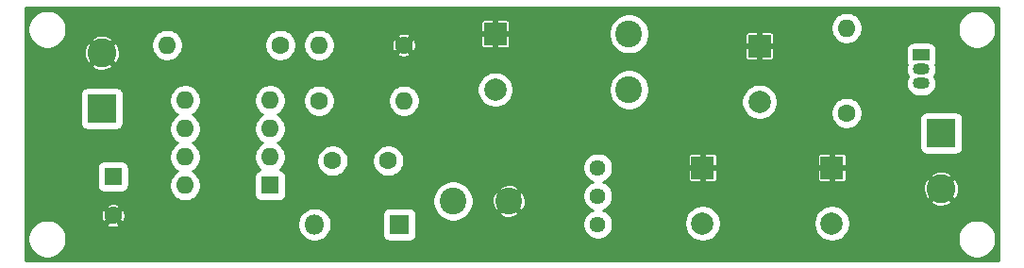
<source format=gbl>
%TF.GenerationSoftware,KiCad,Pcbnew,(5.1.12)-1*%
%TF.CreationDate,2022-12-12T19:03:57+01:00*%
%TF.ProjectId,MC34063_invert,4d433334-3036-4335-9f69-6e766572742e,rev?*%
%TF.SameCoordinates,Original*%
%TF.FileFunction,Copper,L2,Bot*%
%TF.FilePolarity,Positive*%
%FSLAX46Y46*%
G04 Gerber Fmt 4.6, Leading zero omitted, Abs format (unit mm)*
G04 Created by KiCad (PCBNEW (5.1.12)-1) date 2022-12-12 19:03:57*
%MOMM*%
%LPD*%
G01*
G04 APERTURE LIST*
%TA.AperFunction,ComponentPad*%
%ADD10C,1.600000*%
%TD*%
%TA.AperFunction,ComponentPad*%
%ADD11R,1.800000X1.800000*%
%TD*%
%TA.AperFunction,ComponentPad*%
%ADD12O,1.800000X1.800000*%
%TD*%
%TA.AperFunction,ComponentPad*%
%ADD13C,2.600000*%
%TD*%
%TA.AperFunction,ComponentPad*%
%ADD14R,2.600000X2.600000*%
%TD*%
%TA.AperFunction,ComponentPad*%
%ADD15C,2.400000*%
%TD*%
%TA.AperFunction,ComponentPad*%
%ADD16O,1.600000X1.600000*%
%TD*%
%TA.AperFunction,ComponentPad*%
%ADD17C,1.440000*%
%TD*%
%TA.AperFunction,ComponentPad*%
%ADD18R,1.600000X1.600000*%
%TD*%
%TA.AperFunction,ComponentPad*%
%ADD19R,2.000000X2.000000*%
%TD*%
%TA.AperFunction,ComponentPad*%
%ADD20C,2.000000*%
%TD*%
%TA.AperFunction,ComponentPad*%
%ADD21O,1.500000X1.050000*%
%TD*%
%TA.AperFunction,ComponentPad*%
%ADD22R,1.500000X1.050000*%
%TD*%
%TA.AperFunction,Conductor*%
%ADD23C,0.254000*%
%TD*%
%TA.AperFunction,Conductor*%
%ADD24C,0.100000*%
%TD*%
G04 APERTURE END LIST*
D10*
%TO.P,C2,1*%
%TO.N,Net-(C2-Pad1)*%
X73200000Y-73400000D03*
%TO.P,C2,2*%
%TO.N,Net-(C2-Pad2)*%
X78200000Y-73400000D03*
%TD*%
D11*
%TO.P,D1,1*%
%TO.N,Net-(D1-Pad1)*%
X79200000Y-79100000D03*
D12*
%TO.P,D1,2*%
%TO.N,Net-(C2-Pad2)*%
X71580000Y-79100000D03*
%TD*%
D13*
%TO.P,J1,2*%
%TO.N,GND*%
X52500000Y-63700000D03*
D14*
%TO.P,J1,1*%
%TO.N,Net-(C1-Pad1)*%
X52500000Y-68700000D03*
%TD*%
%TO.P,J2,1*%
%TO.N,Net-(C6-Pad2)*%
X127800000Y-70900000D03*
D13*
%TO.P,J2,2*%
%TO.N,GND*%
X127800000Y-75900000D03*
%TD*%
D15*
%TO.P,L1,1*%
%TO.N,Net-(D1-Pad1)*%
X84000000Y-77000000D03*
%TO.P,L1,2*%
%TO.N,GND*%
X89000000Y-77000000D03*
%TD*%
%TO.P,L2,2*%
%TO.N,Net-(C4-Pad2)*%
X99800000Y-67000000D03*
%TO.P,L2,1*%
%TO.N,Net-(C2-Pad2)*%
X99800000Y-62000000D03*
%TD*%
D10*
%TO.P,R1,1*%
%TO.N,Net-(R1-Pad1)*%
X68500000Y-63000000D03*
D16*
%TO.P,R1,2*%
%TO.N,Net-(C1-Pad1)*%
X58340000Y-63000000D03*
%TD*%
D10*
%TO.P,R2,1*%
%TO.N,GND*%
X79600000Y-63000000D03*
D16*
%TO.P,R2,2*%
%TO.N,Net-(R2-Pad2)*%
X71980000Y-63000000D03*
%TD*%
D10*
%TO.P,R4,1*%
%TO.N,Net-(R2-Pad2)*%
X72000000Y-68000000D03*
D16*
%TO.P,R4,2*%
%TO.N,Net-(R4-Pad2)*%
X79620000Y-68000000D03*
%TD*%
%TO.P,R5,2*%
%TO.N,Net-(C4-Pad2)*%
X119300000Y-61480000D03*
D10*
%TO.P,R5,1*%
%TO.N,Net-(C5-Pad2)*%
X119300000Y-69100000D03*
%TD*%
D17*
%TO.P,RV1,1*%
%TO.N,Net-(R4-Pad2)*%
X97000000Y-74000000D03*
%TO.P,RV1,2*%
%TO.N,Net-(C2-Pad2)*%
X97000000Y-76540000D03*
%TO.P,RV1,3*%
%TO.N,N/C*%
X97000000Y-79080000D03*
%TD*%
D18*
%TO.P,U1,1*%
%TO.N,Net-(R1-Pad1)*%
X67600000Y-75600000D03*
D16*
%TO.P,U1,5*%
%TO.N,Net-(R2-Pad2)*%
X59980000Y-67980000D03*
%TO.P,U1,2*%
%TO.N,Net-(D1-Pad1)*%
X67600000Y-73060000D03*
%TO.P,U1,6*%
%TO.N,Net-(C1-Pad1)*%
X59980000Y-70520000D03*
%TO.P,U1,3*%
%TO.N,Net-(C2-Pad1)*%
X67600000Y-70520000D03*
%TO.P,U1,7*%
%TO.N,Net-(R1-Pad1)*%
X59980000Y-73060000D03*
%TO.P,U1,4*%
%TO.N,Net-(C2-Pad2)*%
X67600000Y-67980000D03*
%TO.P,U1,8*%
%TO.N,Net-(R1-Pad1)*%
X59980000Y-75600000D03*
%TD*%
D19*
%TO.P,C3,1*%
%TO.N,GND*%
X87800000Y-62000000D03*
D20*
%TO.P,C3,2*%
%TO.N,Net-(C2-Pad2)*%
X87800000Y-67000000D03*
%TD*%
%TO.P,C4,2*%
%TO.N,Net-(C4-Pad2)*%
X106400000Y-79000000D03*
D19*
%TO.P,C4,1*%
%TO.N,GND*%
X106400000Y-74000000D03*
%TD*%
D20*
%TO.P,C5,2*%
%TO.N,Net-(C5-Pad2)*%
X111500000Y-68100000D03*
D19*
%TO.P,C5,1*%
%TO.N,GND*%
X111500000Y-63100000D03*
%TD*%
%TO.P,C6,1*%
%TO.N,GND*%
X118000000Y-74000000D03*
D20*
%TO.P,C6,2*%
%TO.N,Net-(C6-Pad2)*%
X118000000Y-79000000D03*
%TD*%
D18*
%TO.P,C1,1*%
%TO.N,Net-(C1-Pad1)*%
X53500000Y-74800000D03*
D10*
%TO.P,C1,2*%
%TO.N,GND*%
X53500000Y-78300000D03*
%TD*%
D21*
%TO.P,Q1,2*%
%TO.N,Net-(C5-Pad2)*%
X126000000Y-65170000D03*
%TO.P,Q1,3*%
%TO.N,Net-(C6-Pad2)*%
X126000000Y-66440000D03*
D22*
%TO.P,Q1,1*%
%TO.N,Net-(C4-Pad2)*%
X126000000Y-63900000D03*
%TD*%
D23*
%TO.N,GND*%
X132915001Y-82315000D02*
X45685000Y-82315000D01*
X45685000Y-80229117D01*
X45865000Y-80229117D01*
X45865000Y-80570883D01*
X45931675Y-80906081D01*
X46062463Y-81221831D01*
X46252337Y-81505998D01*
X46494002Y-81747663D01*
X46778169Y-81937537D01*
X47093919Y-82068325D01*
X47429117Y-82135000D01*
X47770883Y-82135000D01*
X48106081Y-82068325D01*
X48421831Y-81937537D01*
X48705998Y-81747663D01*
X48947663Y-81505998D01*
X49137537Y-81221831D01*
X49268325Y-80906081D01*
X49335000Y-80570883D01*
X49335000Y-80229117D01*
X49268325Y-79893919D01*
X49137537Y-79578169D01*
X48947663Y-79294002D01*
X48766994Y-79113333D01*
X52866273Y-79113333D01*
X52956762Y-79263769D01*
X53155222Y-79351230D01*
X53366931Y-79398294D01*
X53583755Y-79403151D01*
X53797360Y-79365614D01*
X53999537Y-79287127D01*
X54043238Y-79263769D01*
X54133727Y-79113333D01*
X53969211Y-78948816D01*
X70045000Y-78948816D01*
X70045000Y-79251184D01*
X70103989Y-79547743D01*
X70219701Y-79827095D01*
X70387688Y-80078505D01*
X70601495Y-80292312D01*
X70852905Y-80460299D01*
X71132257Y-80576011D01*
X71428816Y-80635000D01*
X71731184Y-80635000D01*
X72027743Y-80576011D01*
X72307095Y-80460299D01*
X72558505Y-80292312D01*
X72772312Y-80078505D01*
X72940299Y-79827095D01*
X73056011Y-79547743D01*
X73115000Y-79251184D01*
X73115000Y-78948816D01*
X73056011Y-78652257D01*
X72940299Y-78372905D01*
X72824768Y-78200000D01*
X77661928Y-78200000D01*
X77661928Y-80000000D01*
X77674188Y-80124482D01*
X77710498Y-80244180D01*
X77769463Y-80354494D01*
X77848815Y-80451185D01*
X77945506Y-80530537D01*
X78055820Y-80589502D01*
X78175518Y-80625812D01*
X78300000Y-80638072D01*
X80100000Y-80638072D01*
X80224482Y-80625812D01*
X80344180Y-80589502D01*
X80454494Y-80530537D01*
X80551185Y-80451185D01*
X80630537Y-80354494D01*
X80689502Y-80244180D01*
X80725812Y-80124482D01*
X80738072Y-80000000D01*
X80738072Y-78200000D01*
X80725812Y-78075518D01*
X80689502Y-77955820D01*
X80630537Y-77845506D01*
X80551185Y-77748815D01*
X80454494Y-77669463D01*
X80344180Y-77610498D01*
X80224482Y-77574188D01*
X80100000Y-77561928D01*
X78300000Y-77561928D01*
X78175518Y-77574188D01*
X78055820Y-77610498D01*
X77945506Y-77669463D01*
X77848815Y-77748815D01*
X77769463Y-77845506D01*
X77710498Y-77955820D01*
X77674188Y-78075518D01*
X77661928Y-78200000D01*
X72824768Y-78200000D01*
X72772312Y-78121495D01*
X72558505Y-77907688D01*
X72307095Y-77739701D01*
X72027743Y-77623989D01*
X71731184Y-77565000D01*
X71428816Y-77565000D01*
X71132257Y-77623989D01*
X70852905Y-77739701D01*
X70601495Y-77907688D01*
X70387688Y-78121495D01*
X70219701Y-78372905D01*
X70103989Y-78652257D01*
X70045000Y-78948816D01*
X53969211Y-78948816D01*
X53500000Y-78479605D01*
X52866273Y-79113333D01*
X48766994Y-79113333D01*
X48705998Y-79052337D01*
X48421831Y-78862463D01*
X48106081Y-78731675D01*
X47770883Y-78665000D01*
X47429117Y-78665000D01*
X47093919Y-78731675D01*
X46778169Y-78862463D01*
X46494002Y-79052337D01*
X46252337Y-79294002D01*
X46062463Y-79578169D01*
X45931675Y-79893919D01*
X45865000Y-80229117D01*
X45685000Y-80229117D01*
X45685000Y-78383755D01*
X52396849Y-78383755D01*
X52434386Y-78597360D01*
X52512873Y-78799537D01*
X52536231Y-78843238D01*
X52686667Y-78933727D01*
X53320395Y-78300000D01*
X53679605Y-78300000D01*
X54313333Y-78933727D01*
X54463769Y-78843238D01*
X54551230Y-78644778D01*
X54598294Y-78433069D01*
X54603151Y-78216245D01*
X54565614Y-78002640D01*
X54487127Y-77800463D01*
X54463769Y-77756762D01*
X54313333Y-77666273D01*
X53679605Y-78300000D01*
X53320395Y-78300000D01*
X52686667Y-77666273D01*
X52536231Y-77756762D01*
X52448770Y-77955222D01*
X52401706Y-78166931D01*
X52396849Y-78383755D01*
X45685000Y-78383755D01*
X45685000Y-77486667D01*
X52866273Y-77486667D01*
X53500000Y-78120395D01*
X54133727Y-77486667D01*
X54043238Y-77336231D01*
X53844778Y-77248770D01*
X53633069Y-77201706D01*
X53416245Y-77196849D01*
X53202640Y-77234386D01*
X53000463Y-77312873D01*
X52956762Y-77336231D01*
X52866273Y-77486667D01*
X45685000Y-77486667D01*
X45685000Y-74000000D01*
X52061928Y-74000000D01*
X52061928Y-75600000D01*
X52074188Y-75724482D01*
X52110498Y-75844180D01*
X52169463Y-75954494D01*
X52248815Y-76051185D01*
X52345506Y-76130537D01*
X52455820Y-76189502D01*
X52575518Y-76225812D01*
X52700000Y-76238072D01*
X54300000Y-76238072D01*
X54424482Y-76225812D01*
X54544180Y-76189502D01*
X54654494Y-76130537D01*
X54751185Y-76051185D01*
X54830537Y-75954494D01*
X54889502Y-75844180D01*
X54925812Y-75724482D01*
X54938072Y-75600000D01*
X54938072Y-74000000D01*
X54925812Y-73875518D01*
X54889502Y-73755820D01*
X54830537Y-73645506D01*
X54751185Y-73548815D01*
X54654494Y-73469463D01*
X54544180Y-73410498D01*
X54424482Y-73374188D01*
X54300000Y-73361928D01*
X52700000Y-73361928D01*
X52575518Y-73374188D01*
X52455820Y-73410498D01*
X52345506Y-73469463D01*
X52248815Y-73548815D01*
X52169463Y-73645506D01*
X52110498Y-73755820D01*
X52074188Y-73875518D01*
X52061928Y-74000000D01*
X45685000Y-74000000D01*
X45685000Y-67400000D01*
X50561928Y-67400000D01*
X50561928Y-70000000D01*
X50574188Y-70124482D01*
X50610498Y-70244180D01*
X50669463Y-70354494D01*
X50748815Y-70451185D01*
X50845506Y-70530537D01*
X50955820Y-70589502D01*
X51075518Y-70625812D01*
X51200000Y-70638072D01*
X53800000Y-70638072D01*
X53924482Y-70625812D01*
X54044180Y-70589502D01*
X54154494Y-70530537D01*
X54251185Y-70451185D01*
X54330537Y-70354494D01*
X54389502Y-70244180D01*
X54425812Y-70124482D01*
X54438072Y-70000000D01*
X54438072Y-67838665D01*
X58545000Y-67838665D01*
X58545000Y-68121335D01*
X58600147Y-68398574D01*
X58708320Y-68659727D01*
X58865363Y-68894759D01*
X59065241Y-69094637D01*
X59297759Y-69250000D01*
X59065241Y-69405363D01*
X58865363Y-69605241D01*
X58708320Y-69840273D01*
X58600147Y-70101426D01*
X58545000Y-70378665D01*
X58545000Y-70661335D01*
X58600147Y-70938574D01*
X58708320Y-71199727D01*
X58865363Y-71434759D01*
X59065241Y-71634637D01*
X59297759Y-71790000D01*
X59065241Y-71945363D01*
X58865363Y-72145241D01*
X58708320Y-72380273D01*
X58600147Y-72641426D01*
X58545000Y-72918665D01*
X58545000Y-73201335D01*
X58600147Y-73478574D01*
X58708320Y-73739727D01*
X58865363Y-73974759D01*
X59065241Y-74174637D01*
X59297759Y-74330000D01*
X59065241Y-74485363D01*
X58865363Y-74685241D01*
X58708320Y-74920273D01*
X58600147Y-75181426D01*
X58545000Y-75458665D01*
X58545000Y-75741335D01*
X58600147Y-76018574D01*
X58708320Y-76279727D01*
X58865363Y-76514759D01*
X59065241Y-76714637D01*
X59300273Y-76871680D01*
X59561426Y-76979853D01*
X59838665Y-77035000D01*
X60121335Y-77035000D01*
X60398574Y-76979853D01*
X60659727Y-76871680D01*
X60894759Y-76714637D01*
X61094637Y-76514759D01*
X61251680Y-76279727D01*
X61359853Y-76018574D01*
X61415000Y-75741335D01*
X61415000Y-75458665D01*
X61359853Y-75181426D01*
X61251680Y-74920273D01*
X61171317Y-74800000D01*
X66161928Y-74800000D01*
X66161928Y-76400000D01*
X66174188Y-76524482D01*
X66210498Y-76644180D01*
X66269463Y-76754494D01*
X66348815Y-76851185D01*
X66445506Y-76930537D01*
X66555820Y-76989502D01*
X66675518Y-77025812D01*
X66800000Y-77038072D01*
X68400000Y-77038072D01*
X68524482Y-77025812D01*
X68644180Y-76989502D01*
X68754494Y-76930537D01*
X68851185Y-76851185D01*
X68877378Y-76819268D01*
X82165000Y-76819268D01*
X82165000Y-77180732D01*
X82235518Y-77535250D01*
X82373844Y-77869199D01*
X82574662Y-78169744D01*
X82830256Y-78425338D01*
X83130801Y-78626156D01*
X83464750Y-78764482D01*
X83819268Y-78835000D01*
X84180732Y-78835000D01*
X84535250Y-78764482D01*
X84869199Y-78626156D01*
X85169744Y-78425338D01*
X85425338Y-78169744D01*
X85472535Y-78099108D01*
X88080497Y-78099108D01*
X88219358Y-78290526D01*
X88486127Y-78418025D01*
X88772644Y-78491029D01*
X89067898Y-78506734D01*
X89360542Y-78464537D01*
X89639332Y-78366058D01*
X89780642Y-78290526D01*
X89919503Y-78099108D01*
X89000000Y-77179605D01*
X88080497Y-78099108D01*
X85472535Y-78099108D01*
X85626156Y-77869199D01*
X85764482Y-77535250D01*
X85835000Y-77180732D01*
X85835000Y-77067898D01*
X87493266Y-77067898D01*
X87535463Y-77360542D01*
X87633942Y-77639332D01*
X87709474Y-77780642D01*
X87900892Y-77919503D01*
X88820395Y-77000000D01*
X89179605Y-77000000D01*
X90099108Y-77919503D01*
X90290526Y-77780642D01*
X90418025Y-77513873D01*
X90491029Y-77227356D01*
X90506734Y-76932102D01*
X90464537Y-76639458D01*
X90366058Y-76360668D01*
X90290526Y-76219358D01*
X90099108Y-76080497D01*
X89179605Y-77000000D01*
X88820395Y-77000000D01*
X87900892Y-76080497D01*
X87709474Y-76219358D01*
X87581975Y-76486127D01*
X87508971Y-76772644D01*
X87493266Y-77067898D01*
X85835000Y-77067898D01*
X85835000Y-76819268D01*
X85764482Y-76464750D01*
X85626156Y-76130801D01*
X85472536Y-75900892D01*
X88080497Y-75900892D01*
X89000000Y-76820395D01*
X89919503Y-75900892D01*
X89780642Y-75709474D01*
X89513873Y-75581975D01*
X89227356Y-75508971D01*
X88932102Y-75493266D01*
X88639458Y-75535463D01*
X88360668Y-75633942D01*
X88219358Y-75709474D01*
X88080497Y-75900892D01*
X85472536Y-75900892D01*
X85425338Y-75830256D01*
X85169744Y-75574662D01*
X84869199Y-75373844D01*
X84535250Y-75235518D01*
X84180732Y-75165000D01*
X83819268Y-75165000D01*
X83464750Y-75235518D01*
X83130801Y-75373844D01*
X82830256Y-75574662D01*
X82574662Y-75830256D01*
X82373844Y-76130801D01*
X82235518Y-76464750D01*
X82165000Y-76819268D01*
X68877378Y-76819268D01*
X68930537Y-76754494D01*
X68989502Y-76644180D01*
X69025812Y-76524482D01*
X69038072Y-76400000D01*
X69038072Y-74800000D01*
X69025812Y-74675518D01*
X68989502Y-74555820D01*
X68930537Y-74445506D01*
X68851185Y-74348815D01*
X68754494Y-74269463D01*
X68644180Y-74210498D01*
X68524482Y-74174188D01*
X68516039Y-74173357D01*
X68714637Y-73974759D01*
X68871680Y-73739727D01*
X68979853Y-73478574D01*
X69023596Y-73258665D01*
X71765000Y-73258665D01*
X71765000Y-73541335D01*
X71820147Y-73818574D01*
X71928320Y-74079727D01*
X72085363Y-74314759D01*
X72285241Y-74514637D01*
X72520273Y-74671680D01*
X72781426Y-74779853D01*
X73058665Y-74835000D01*
X73341335Y-74835000D01*
X73618574Y-74779853D01*
X73879727Y-74671680D01*
X74114759Y-74514637D01*
X74314637Y-74314759D01*
X74471680Y-74079727D01*
X74579853Y-73818574D01*
X74635000Y-73541335D01*
X74635000Y-73258665D01*
X76765000Y-73258665D01*
X76765000Y-73541335D01*
X76820147Y-73818574D01*
X76928320Y-74079727D01*
X77085363Y-74314759D01*
X77285241Y-74514637D01*
X77520273Y-74671680D01*
X77781426Y-74779853D01*
X78058665Y-74835000D01*
X78341335Y-74835000D01*
X78618574Y-74779853D01*
X78879727Y-74671680D01*
X79114759Y-74514637D01*
X79314637Y-74314759D01*
X79471680Y-74079727D01*
X79559983Y-73866544D01*
X95645000Y-73866544D01*
X95645000Y-74133456D01*
X95697072Y-74395239D01*
X95799215Y-74641833D01*
X95947503Y-74863762D01*
X96136238Y-75052497D01*
X96358167Y-75200785D01*
X96525266Y-75270000D01*
X96358167Y-75339215D01*
X96136238Y-75487503D01*
X95947503Y-75676238D01*
X95799215Y-75898167D01*
X95697072Y-76144761D01*
X95645000Y-76406544D01*
X95645000Y-76673456D01*
X95697072Y-76935239D01*
X95799215Y-77181833D01*
X95947503Y-77403762D01*
X96136238Y-77592497D01*
X96358167Y-77740785D01*
X96525266Y-77810000D01*
X96358167Y-77879215D01*
X96136238Y-78027503D01*
X95947503Y-78216238D01*
X95799215Y-78438167D01*
X95697072Y-78684761D01*
X95645000Y-78946544D01*
X95645000Y-79213456D01*
X95697072Y-79475239D01*
X95799215Y-79721833D01*
X95947503Y-79943762D01*
X96136238Y-80132497D01*
X96358167Y-80280785D01*
X96604761Y-80382928D01*
X96866544Y-80435000D01*
X97133456Y-80435000D01*
X97395239Y-80382928D01*
X97641833Y-80280785D01*
X97863762Y-80132497D01*
X98052497Y-79943762D01*
X98200785Y-79721833D01*
X98302928Y-79475239D01*
X98355000Y-79213456D01*
X98355000Y-78946544D01*
X98333602Y-78838967D01*
X104765000Y-78838967D01*
X104765000Y-79161033D01*
X104827832Y-79476912D01*
X104951082Y-79774463D01*
X105130013Y-80042252D01*
X105357748Y-80269987D01*
X105625537Y-80448918D01*
X105923088Y-80572168D01*
X106238967Y-80635000D01*
X106561033Y-80635000D01*
X106876912Y-80572168D01*
X107174463Y-80448918D01*
X107442252Y-80269987D01*
X107669987Y-80042252D01*
X107848918Y-79774463D01*
X107972168Y-79476912D01*
X108035000Y-79161033D01*
X108035000Y-78838967D01*
X116365000Y-78838967D01*
X116365000Y-79161033D01*
X116427832Y-79476912D01*
X116551082Y-79774463D01*
X116730013Y-80042252D01*
X116957748Y-80269987D01*
X117225537Y-80448918D01*
X117523088Y-80572168D01*
X117838967Y-80635000D01*
X118161033Y-80635000D01*
X118476912Y-80572168D01*
X118774463Y-80448918D01*
X119042252Y-80269987D01*
X119083122Y-80229117D01*
X129265000Y-80229117D01*
X129265000Y-80570883D01*
X129331675Y-80906081D01*
X129462463Y-81221831D01*
X129652337Y-81505998D01*
X129894002Y-81747663D01*
X130178169Y-81937537D01*
X130493919Y-82068325D01*
X130829117Y-82135000D01*
X131170883Y-82135000D01*
X131506081Y-82068325D01*
X131821831Y-81937537D01*
X132105998Y-81747663D01*
X132347663Y-81505998D01*
X132537537Y-81221831D01*
X132668325Y-80906081D01*
X132735000Y-80570883D01*
X132735000Y-80229117D01*
X132668325Y-79893919D01*
X132537537Y-79578169D01*
X132347663Y-79294002D01*
X132105998Y-79052337D01*
X131821831Y-78862463D01*
X131506081Y-78731675D01*
X131170883Y-78665000D01*
X130829117Y-78665000D01*
X130493919Y-78731675D01*
X130178169Y-78862463D01*
X129894002Y-79052337D01*
X129652337Y-79294002D01*
X129462463Y-79578169D01*
X129331675Y-79893919D01*
X129265000Y-80229117D01*
X119083122Y-80229117D01*
X119269987Y-80042252D01*
X119448918Y-79774463D01*
X119572168Y-79476912D01*
X119635000Y-79161033D01*
X119635000Y-78838967D01*
X119572168Y-78523088D01*
X119448918Y-78225537D01*
X119269987Y-77957748D01*
X119042252Y-77730013D01*
X118774463Y-77551082D01*
X118476912Y-77427832D01*
X118161033Y-77365000D01*
X117838967Y-77365000D01*
X117523088Y-77427832D01*
X117225537Y-77551082D01*
X116957748Y-77730013D01*
X116730013Y-77957748D01*
X116551082Y-78225537D01*
X116427832Y-78523088D01*
X116365000Y-78838967D01*
X108035000Y-78838967D01*
X107972168Y-78523088D01*
X107848918Y-78225537D01*
X107669987Y-77957748D01*
X107442252Y-77730013D01*
X107174463Y-77551082D01*
X106876912Y-77427832D01*
X106561033Y-77365000D01*
X106238967Y-77365000D01*
X105923088Y-77427832D01*
X105625537Y-77551082D01*
X105357748Y-77730013D01*
X105130013Y-77957748D01*
X104951082Y-78225537D01*
X104827832Y-78523088D01*
X104765000Y-78838967D01*
X98333602Y-78838967D01*
X98302928Y-78684761D01*
X98200785Y-78438167D01*
X98052497Y-78216238D01*
X97863762Y-78027503D01*
X97641833Y-77879215D01*
X97474734Y-77810000D01*
X97641833Y-77740785D01*
X97863762Y-77592497D01*
X98052497Y-77403762D01*
X98200785Y-77181833D01*
X98246932Y-77070424D01*
X126809181Y-77070424D01*
X126960099Y-77272090D01*
X127243918Y-77409582D01*
X127549109Y-77489063D01*
X127863941Y-77507476D01*
X128176315Y-77464115D01*
X128474228Y-77360645D01*
X128639901Y-77272090D01*
X128790819Y-77070424D01*
X127800000Y-76079605D01*
X126809181Y-77070424D01*
X98246932Y-77070424D01*
X98302928Y-76935239D01*
X98355000Y-76673456D01*
X98355000Y-76406544D01*
X98302928Y-76144761D01*
X98228030Y-75963941D01*
X126192524Y-75963941D01*
X126235885Y-76276315D01*
X126339355Y-76574228D01*
X126427910Y-76739901D01*
X126629576Y-76890819D01*
X127620395Y-75900000D01*
X127979605Y-75900000D01*
X128970424Y-76890819D01*
X129172090Y-76739901D01*
X129309582Y-76456082D01*
X129389063Y-76150891D01*
X129407476Y-75836059D01*
X129364115Y-75523685D01*
X129260645Y-75225772D01*
X129172090Y-75060099D01*
X128970424Y-74909181D01*
X127979605Y-75900000D01*
X127620395Y-75900000D01*
X126629576Y-74909181D01*
X126427910Y-75060099D01*
X126290418Y-75343918D01*
X126210937Y-75649109D01*
X126192524Y-75963941D01*
X98228030Y-75963941D01*
X98200785Y-75898167D01*
X98052497Y-75676238D01*
X97863762Y-75487503D01*
X97641833Y-75339215D01*
X97474734Y-75270000D01*
X97641833Y-75200785D01*
X97863762Y-75052497D01*
X97916259Y-75000000D01*
X105097544Y-75000000D01*
X105103356Y-75059006D01*
X105120567Y-75115745D01*
X105148517Y-75168036D01*
X105186131Y-75213869D01*
X105231964Y-75251483D01*
X105284255Y-75279433D01*
X105340994Y-75296644D01*
X105400000Y-75302456D01*
X106197750Y-75301000D01*
X106273000Y-75225750D01*
X106273000Y-74127000D01*
X106527000Y-74127000D01*
X106527000Y-75225750D01*
X106602250Y-75301000D01*
X107400000Y-75302456D01*
X107459006Y-75296644D01*
X107515745Y-75279433D01*
X107568036Y-75251483D01*
X107613869Y-75213869D01*
X107651483Y-75168036D01*
X107679433Y-75115745D01*
X107696644Y-75059006D01*
X107702456Y-75000000D01*
X116697544Y-75000000D01*
X116703356Y-75059006D01*
X116720567Y-75115745D01*
X116748517Y-75168036D01*
X116786131Y-75213869D01*
X116831964Y-75251483D01*
X116884255Y-75279433D01*
X116940994Y-75296644D01*
X117000000Y-75302456D01*
X117797750Y-75301000D01*
X117873000Y-75225750D01*
X117873000Y-74127000D01*
X118127000Y-74127000D01*
X118127000Y-75225750D01*
X118202250Y-75301000D01*
X119000000Y-75302456D01*
X119059006Y-75296644D01*
X119115745Y-75279433D01*
X119168036Y-75251483D01*
X119213869Y-75213869D01*
X119251483Y-75168036D01*
X119279433Y-75115745D01*
X119296644Y-75059006D01*
X119302456Y-75000000D01*
X119301963Y-74729576D01*
X126809181Y-74729576D01*
X127800000Y-75720395D01*
X128790819Y-74729576D01*
X128639901Y-74527910D01*
X128356082Y-74390418D01*
X128050891Y-74310937D01*
X127736059Y-74292524D01*
X127423685Y-74335885D01*
X127125772Y-74439355D01*
X126960099Y-74527910D01*
X126809181Y-74729576D01*
X119301963Y-74729576D01*
X119301000Y-74202250D01*
X119225750Y-74127000D01*
X118127000Y-74127000D01*
X117873000Y-74127000D01*
X116774250Y-74127000D01*
X116699000Y-74202250D01*
X116697544Y-75000000D01*
X107702456Y-75000000D01*
X107701000Y-74202250D01*
X107625750Y-74127000D01*
X106527000Y-74127000D01*
X106273000Y-74127000D01*
X105174250Y-74127000D01*
X105099000Y-74202250D01*
X105097544Y-75000000D01*
X97916259Y-75000000D01*
X98052497Y-74863762D01*
X98200785Y-74641833D01*
X98302928Y-74395239D01*
X98355000Y-74133456D01*
X98355000Y-73866544D01*
X98302928Y-73604761D01*
X98200785Y-73358167D01*
X98052497Y-73136238D01*
X97916259Y-73000000D01*
X105097544Y-73000000D01*
X105099000Y-73797750D01*
X105174250Y-73873000D01*
X106273000Y-73873000D01*
X106273000Y-72774250D01*
X106527000Y-72774250D01*
X106527000Y-73873000D01*
X107625750Y-73873000D01*
X107701000Y-73797750D01*
X107702456Y-73000000D01*
X116697544Y-73000000D01*
X116699000Y-73797750D01*
X116774250Y-73873000D01*
X117873000Y-73873000D01*
X117873000Y-72774250D01*
X118127000Y-72774250D01*
X118127000Y-73873000D01*
X119225750Y-73873000D01*
X119301000Y-73797750D01*
X119302456Y-73000000D01*
X119296644Y-72940994D01*
X119279433Y-72884255D01*
X119251483Y-72831964D01*
X119213869Y-72786131D01*
X119168036Y-72748517D01*
X119115745Y-72720567D01*
X119059006Y-72703356D01*
X119000000Y-72697544D01*
X118202250Y-72699000D01*
X118127000Y-72774250D01*
X117873000Y-72774250D01*
X117797750Y-72699000D01*
X117000000Y-72697544D01*
X116940994Y-72703356D01*
X116884255Y-72720567D01*
X116831964Y-72748517D01*
X116786131Y-72786131D01*
X116748517Y-72831964D01*
X116720567Y-72884255D01*
X116703356Y-72940994D01*
X116697544Y-73000000D01*
X107702456Y-73000000D01*
X107696644Y-72940994D01*
X107679433Y-72884255D01*
X107651483Y-72831964D01*
X107613869Y-72786131D01*
X107568036Y-72748517D01*
X107515745Y-72720567D01*
X107459006Y-72703356D01*
X107400000Y-72697544D01*
X106602250Y-72699000D01*
X106527000Y-72774250D01*
X106273000Y-72774250D01*
X106197750Y-72699000D01*
X105400000Y-72697544D01*
X105340994Y-72703356D01*
X105284255Y-72720567D01*
X105231964Y-72748517D01*
X105186131Y-72786131D01*
X105148517Y-72831964D01*
X105120567Y-72884255D01*
X105103356Y-72940994D01*
X105097544Y-73000000D01*
X97916259Y-73000000D01*
X97863762Y-72947503D01*
X97641833Y-72799215D01*
X97395239Y-72697072D01*
X97133456Y-72645000D01*
X96866544Y-72645000D01*
X96604761Y-72697072D01*
X96358167Y-72799215D01*
X96136238Y-72947503D01*
X95947503Y-73136238D01*
X95799215Y-73358167D01*
X95697072Y-73604761D01*
X95645000Y-73866544D01*
X79559983Y-73866544D01*
X79579853Y-73818574D01*
X79635000Y-73541335D01*
X79635000Y-73258665D01*
X79579853Y-72981426D01*
X79471680Y-72720273D01*
X79314637Y-72485241D01*
X79114759Y-72285363D01*
X78879727Y-72128320D01*
X78618574Y-72020147D01*
X78341335Y-71965000D01*
X78058665Y-71965000D01*
X77781426Y-72020147D01*
X77520273Y-72128320D01*
X77285241Y-72285363D01*
X77085363Y-72485241D01*
X76928320Y-72720273D01*
X76820147Y-72981426D01*
X76765000Y-73258665D01*
X74635000Y-73258665D01*
X74579853Y-72981426D01*
X74471680Y-72720273D01*
X74314637Y-72485241D01*
X74114759Y-72285363D01*
X73879727Y-72128320D01*
X73618574Y-72020147D01*
X73341335Y-71965000D01*
X73058665Y-71965000D01*
X72781426Y-72020147D01*
X72520273Y-72128320D01*
X72285241Y-72285363D01*
X72085363Y-72485241D01*
X71928320Y-72720273D01*
X71820147Y-72981426D01*
X71765000Y-73258665D01*
X69023596Y-73258665D01*
X69035000Y-73201335D01*
X69035000Y-72918665D01*
X68979853Y-72641426D01*
X68871680Y-72380273D01*
X68714637Y-72145241D01*
X68514759Y-71945363D01*
X68282241Y-71790000D01*
X68514759Y-71634637D01*
X68714637Y-71434759D01*
X68871680Y-71199727D01*
X68979853Y-70938574D01*
X69035000Y-70661335D01*
X69035000Y-70378665D01*
X68979853Y-70101426D01*
X68871680Y-69840273D01*
X68714637Y-69605241D01*
X68514759Y-69405363D01*
X68282241Y-69250000D01*
X68514759Y-69094637D01*
X68714637Y-68894759D01*
X68871680Y-68659727D01*
X68979853Y-68398574D01*
X69035000Y-68121335D01*
X69035000Y-67858665D01*
X70565000Y-67858665D01*
X70565000Y-68141335D01*
X70620147Y-68418574D01*
X70728320Y-68679727D01*
X70885363Y-68914759D01*
X71085241Y-69114637D01*
X71320273Y-69271680D01*
X71581426Y-69379853D01*
X71858665Y-69435000D01*
X72141335Y-69435000D01*
X72418574Y-69379853D01*
X72679727Y-69271680D01*
X72914759Y-69114637D01*
X73114637Y-68914759D01*
X73271680Y-68679727D01*
X73379853Y-68418574D01*
X73435000Y-68141335D01*
X73435000Y-67858665D01*
X78185000Y-67858665D01*
X78185000Y-68141335D01*
X78240147Y-68418574D01*
X78348320Y-68679727D01*
X78505363Y-68914759D01*
X78705241Y-69114637D01*
X78940273Y-69271680D01*
X79201426Y-69379853D01*
X79478665Y-69435000D01*
X79761335Y-69435000D01*
X80038574Y-69379853D01*
X80299727Y-69271680D01*
X80534759Y-69114637D01*
X80734637Y-68914759D01*
X80891680Y-68679727D01*
X80999853Y-68418574D01*
X81055000Y-68141335D01*
X81055000Y-67858665D01*
X80999853Y-67581426D01*
X80891680Y-67320273D01*
X80734637Y-67085241D01*
X80534759Y-66885363D01*
X80465323Y-66838967D01*
X86165000Y-66838967D01*
X86165000Y-67161033D01*
X86227832Y-67476912D01*
X86351082Y-67774463D01*
X86530013Y-68042252D01*
X86757748Y-68269987D01*
X87025537Y-68448918D01*
X87323088Y-68572168D01*
X87638967Y-68635000D01*
X87961033Y-68635000D01*
X88276912Y-68572168D01*
X88574463Y-68448918D01*
X88842252Y-68269987D01*
X89069987Y-68042252D01*
X89248918Y-67774463D01*
X89372168Y-67476912D01*
X89435000Y-67161033D01*
X89435000Y-66838967D01*
X89431082Y-66819268D01*
X97965000Y-66819268D01*
X97965000Y-67180732D01*
X98035518Y-67535250D01*
X98173844Y-67869199D01*
X98374662Y-68169744D01*
X98630256Y-68425338D01*
X98930801Y-68626156D01*
X99264750Y-68764482D01*
X99619268Y-68835000D01*
X99980732Y-68835000D01*
X100335250Y-68764482D01*
X100669199Y-68626156D01*
X100969744Y-68425338D01*
X101225338Y-68169744D01*
X101379538Y-67938967D01*
X109865000Y-67938967D01*
X109865000Y-68261033D01*
X109927832Y-68576912D01*
X110051082Y-68874463D01*
X110230013Y-69142252D01*
X110457748Y-69369987D01*
X110725537Y-69548918D01*
X111023088Y-69672168D01*
X111338967Y-69735000D01*
X111661033Y-69735000D01*
X111976912Y-69672168D01*
X112274463Y-69548918D01*
X112542252Y-69369987D01*
X112769987Y-69142252D01*
X112892655Y-68958665D01*
X117865000Y-68958665D01*
X117865000Y-69241335D01*
X117920147Y-69518574D01*
X118028320Y-69779727D01*
X118185363Y-70014759D01*
X118385241Y-70214637D01*
X118620273Y-70371680D01*
X118881426Y-70479853D01*
X119158665Y-70535000D01*
X119441335Y-70535000D01*
X119718574Y-70479853D01*
X119979727Y-70371680D01*
X120214759Y-70214637D01*
X120414637Y-70014759D01*
X120571680Y-69779727D01*
X120646125Y-69600000D01*
X125861928Y-69600000D01*
X125861928Y-72200000D01*
X125874188Y-72324482D01*
X125910498Y-72444180D01*
X125969463Y-72554494D01*
X126048815Y-72651185D01*
X126145506Y-72730537D01*
X126255820Y-72789502D01*
X126375518Y-72825812D01*
X126500000Y-72838072D01*
X129100000Y-72838072D01*
X129224482Y-72825812D01*
X129344180Y-72789502D01*
X129454494Y-72730537D01*
X129551185Y-72651185D01*
X129630537Y-72554494D01*
X129689502Y-72444180D01*
X129725812Y-72324482D01*
X129738072Y-72200000D01*
X129738072Y-69600000D01*
X129725812Y-69475518D01*
X129689502Y-69355820D01*
X129630537Y-69245506D01*
X129551185Y-69148815D01*
X129454494Y-69069463D01*
X129344180Y-69010498D01*
X129224482Y-68974188D01*
X129100000Y-68961928D01*
X126500000Y-68961928D01*
X126375518Y-68974188D01*
X126255820Y-69010498D01*
X126145506Y-69069463D01*
X126048815Y-69148815D01*
X125969463Y-69245506D01*
X125910498Y-69355820D01*
X125874188Y-69475518D01*
X125861928Y-69600000D01*
X120646125Y-69600000D01*
X120679853Y-69518574D01*
X120735000Y-69241335D01*
X120735000Y-68958665D01*
X120679853Y-68681426D01*
X120571680Y-68420273D01*
X120414637Y-68185241D01*
X120214759Y-67985363D01*
X119979727Y-67828320D01*
X119718574Y-67720147D01*
X119441335Y-67665000D01*
X119158665Y-67665000D01*
X118881426Y-67720147D01*
X118620273Y-67828320D01*
X118385241Y-67985363D01*
X118185363Y-68185241D01*
X118028320Y-68420273D01*
X117920147Y-68681426D01*
X117865000Y-68958665D01*
X112892655Y-68958665D01*
X112948918Y-68874463D01*
X113072168Y-68576912D01*
X113135000Y-68261033D01*
X113135000Y-67938967D01*
X113072168Y-67623088D01*
X112948918Y-67325537D01*
X112769987Y-67057748D01*
X112542252Y-66830013D01*
X112274463Y-66651082D01*
X111976912Y-66527832D01*
X111661033Y-66465000D01*
X111338967Y-66465000D01*
X111023088Y-66527832D01*
X110725537Y-66651082D01*
X110457748Y-66830013D01*
X110230013Y-67057748D01*
X110051082Y-67325537D01*
X109927832Y-67623088D01*
X109865000Y-67938967D01*
X101379538Y-67938967D01*
X101426156Y-67869199D01*
X101564482Y-67535250D01*
X101635000Y-67180732D01*
X101635000Y-66819268D01*
X101564482Y-66464750D01*
X101426156Y-66130801D01*
X101225338Y-65830256D01*
X100969744Y-65574662D01*
X100669199Y-65373844D01*
X100335250Y-65235518D01*
X100005869Y-65170000D01*
X124609388Y-65170000D01*
X124631785Y-65397400D01*
X124698115Y-65616060D01*
X124799105Y-65805000D01*
X124698115Y-65993940D01*
X124631785Y-66212600D01*
X124609388Y-66440000D01*
X124631785Y-66667400D01*
X124698115Y-66886060D01*
X124805829Y-67087579D01*
X124950788Y-67264212D01*
X125127421Y-67409171D01*
X125328940Y-67516885D01*
X125547600Y-67583215D01*
X125718021Y-67600000D01*
X126281979Y-67600000D01*
X126452400Y-67583215D01*
X126671060Y-67516885D01*
X126872579Y-67409171D01*
X127049212Y-67264212D01*
X127194171Y-67087579D01*
X127301885Y-66886060D01*
X127368215Y-66667400D01*
X127390612Y-66440000D01*
X127368215Y-66212600D01*
X127301885Y-65993940D01*
X127200895Y-65805000D01*
X127301885Y-65616060D01*
X127368215Y-65397400D01*
X127390612Y-65170000D01*
X127368215Y-64942600D01*
X127304907Y-64733902D01*
X127339502Y-64669180D01*
X127375812Y-64549482D01*
X127388072Y-64425000D01*
X127388072Y-63375000D01*
X127375812Y-63250518D01*
X127339502Y-63130820D01*
X127280537Y-63020506D01*
X127201185Y-62923815D01*
X127104494Y-62844463D01*
X126994180Y-62785498D01*
X126874482Y-62749188D01*
X126750000Y-62736928D01*
X125250000Y-62736928D01*
X125125518Y-62749188D01*
X125005820Y-62785498D01*
X124895506Y-62844463D01*
X124798815Y-62923815D01*
X124719463Y-63020506D01*
X124660498Y-63130820D01*
X124624188Y-63250518D01*
X124611928Y-63375000D01*
X124611928Y-64425000D01*
X124624188Y-64549482D01*
X124660498Y-64669180D01*
X124695093Y-64733902D01*
X124631785Y-64942600D01*
X124609388Y-65170000D01*
X100005869Y-65170000D01*
X99980732Y-65165000D01*
X99619268Y-65165000D01*
X99264750Y-65235518D01*
X98930801Y-65373844D01*
X98630256Y-65574662D01*
X98374662Y-65830256D01*
X98173844Y-66130801D01*
X98035518Y-66464750D01*
X97965000Y-66819268D01*
X89431082Y-66819268D01*
X89372168Y-66523088D01*
X89248918Y-66225537D01*
X89069987Y-65957748D01*
X88842252Y-65730013D01*
X88574463Y-65551082D01*
X88276912Y-65427832D01*
X87961033Y-65365000D01*
X87638967Y-65365000D01*
X87323088Y-65427832D01*
X87025537Y-65551082D01*
X86757748Y-65730013D01*
X86530013Y-65957748D01*
X86351082Y-66225537D01*
X86227832Y-66523088D01*
X86165000Y-66838967D01*
X80465323Y-66838967D01*
X80299727Y-66728320D01*
X80038574Y-66620147D01*
X79761335Y-66565000D01*
X79478665Y-66565000D01*
X79201426Y-66620147D01*
X78940273Y-66728320D01*
X78705241Y-66885363D01*
X78505363Y-67085241D01*
X78348320Y-67320273D01*
X78240147Y-67581426D01*
X78185000Y-67858665D01*
X73435000Y-67858665D01*
X73379853Y-67581426D01*
X73271680Y-67320273D01*
X73114637Y-67085241D01*
X72914759Y-66885363D01*
X72679727Y-66728320D01*
X72418574Y-66620147D01*
X72141335Y-66565000D01*
X71858665Y-66565000D01*
X71581426Y-66620147D01*
X71320273Y-66728320D01*
X71085241Y-66885363D01*
X70885363Y-67085241D01*
X70728320Y-67320273D01*
X70620147Y-67581426D01*
X70565000Y-67858665D01*
X69035000Y-67858665D01*
X69035000Y-67838665D01*
X68979853Y-67561426D01*
X68871680Y-67300273D01*
X68714637Y-67065241D01*
X68514759Y-66865363D01*
X68279727Y-66708320D01*
X68018574Y-66600147D01*
X67741335Y-66545000D01*
X67458665Y-66545000D01*
X67181426Y-66600147D01*
X66920273Y-66708320D01*
X66685241Y-66865363D01*
X66485363Y-67065241D01*
X66328320Y-67300273D01*
X66220147Y-67561426D01*
X66165000Y-67838665D01*
X66165000Y-68121335D01*
X66220147Y-68398574D01*
X66328320Y-68659727D01*
X66485363Y-68894759D01*
X66685241Y-69094637D01*
X66917759Y-69250000D01*
X66685241Y-69405363D01*
X66485363Y-69605241D01*
X66328320Y-69840273D01*
X66220147Y-70101426D01*
X66165000Y-70378665D01*
X66165000Y-70661335D01*
X66220147Y-70938574D01*
X66328320Y-71199727D01*
X66485363Y-71434759D01*
X66685241Y-71634637D01*
X66917759Y-71790000D01*
X66685241Y-71945363D01*
X66485363Y-72145241D01*
X66328320Y-72380273D01*
X66220147Y-72641426D01*
X66165000Y-72918665D01*
X66165000Y-73201335D01*
X66220147Y-73478574D01*
X66328320Y-73739727D01*
X66485363Y-73974759D01*
X66683961Y-74173357D01*
X66675518Y-74174188D01*
X66555820Y-74210498D01*
X66445506Y-74269463D01*
X66348815Y-74348815D01*
X66269463Y-74445506D01*
X66210498Y-74555820D01*
X66174188Y-74675518D01*
X66161928Y-74800000D01*
X61171317Y-74800000D01*
X61094637Y-74685241D01*
X60894759Y-74485363D01*
X60662241Y-74330000D01*
X60894759Y-74174637D01*
X61094637Y-73974759D01*
X61251680Y-73739727D01*
X61359853Y-73478574D01*
X61415000Y-73201335D01*
X61415000Y-72918665D01*
X61359853Y-72641426D01*
X61251680Y-72380273D01*
X61094637Y-72145241D01*
X60894759Y-71945363D01*
X60662241Y-71790000D01*
X60894759Y-71634637D01*
X61094637Y-71434759D01*
X61251680Y-71199727D01*
X61359853Y-70938574D01*
X61415000Y-70661335D01*
X61415000Y-70378665D01*
X61359853Y-70101426D01*
X61251680Y-69840273D01*
X61094637Y-69605241D01*
X60894759Y-69405363D01*
X60662241Y-69250000D01*
X60894759Y-69094637D01*
X61094637Y-68894759D01*
X61251680Y-68659727D01*
X61359853Y-68398574D01*
X61415000Y-68121335D01*
X61415000Y-67838665D01*
X61359853Y-67561426D01*
X61251680Y-67300273D01*
X61094637Y-67065241D01*
X60894759Y-66865363D01*
X60659727Y-66708320D01*
X60398574Y-66600147D01*
X60121335Y-66545000D01*
X59838665Y-66545000D01*
X59561426Y-66600147D01*
X59300273Y-66708320D01*
X59065241Y-66865363D01*
X58865363Y-67065241D01*
X58708320Y-67300273D01*
X58600147Y-67561426D01*
X58545000Y-67838665D01*
X54438072Y-67838665D01*
X54438072Y-67400000D01*
X54425812Y-67275518D01*
X54389502Y-67155820D01*
X54330537Y-67045506D01*
X54251185Y-66948815D01*
X54154494Y-66869463D01*
X54044180Y-66810498D01*
X53924482Y-66774188D01*
X53800000Y-66761928D01*
X51200000Y-66761928D01*
X51075518Y-66774188D01*
X50955820Y-66810498D01*
X50845506Y-66869463D01*
X50748815Y-66948815D01*
X50669463Y-67045506D01*
X50610498Y-67155820D01*
X50574188Y-67275518D01*
X50561928Y-67400000D01*
X45685000Y-67400000D01*
X45685000Y-64870424D01*
X51509181Y-64870424D01*
X51660099Y-65072090D01*
X51943918Y-65209582D01*
X52249109Y-65289063D01*
X52563941Y-65307476D01*
X52876315Y-65264115D01*
X53174228Y-65160645D01*
X53339901Y-65072090D01*
X53490819Y-64870424D01*
X52500000Y-63879605D01*
X51509181Y-64870424D01*
X45685000Y-64870424D01*
X45685000Y-63763941D01*
X50892524Y-63763941D01*
X50935885Y-64076315D01*
X51039355Y-64374228D01*
X51127910Y-64539901D01*
X51329576Y-64690819D01*
X52320395Y-63700000D01*
X52679605Y-63700000D01*
X53670424Y-64690819D01*
X53872090Y-64539901D01*
X54009582Y-64256082D01*
X54089063Y-63950891D01*
X54107476Y-63636059D01*
X54064115Y-63323685D01*
X53960645Y-63025772D01*
X53872090Y-62860099D01*
X53870174Y-62858665D01*
X56905000Y-62858665D01*
X56905000Y-63141335D01*
X56960147Y-63418574D01*
X57068320Y-63679727D01*
X57225363Y-63914759D01*
X57425241Y-64114637D01*
X57660273Y-64271680D01*
X57921426Y-64379853D01*
X58198665Y-64435000D01*
X58481335Y-64435000D01*
X58758574Y-64379853D01*
X59019727Y-64271680D01*
X59254759Y-64114637D01*
X59454637Y-63914759D01*
X59611680Y-63679727D01*
X59719853Y-63418574D01*
X59775000Y-63141335D01*
X59775000Y-62858665D01*
X67065000Y-62858665D01*
X67065000Y-63141335D01*
X67120147Y-63418574D01*
X67228320Y-63679727D01*
X67385363Y-63914759D01*
X67585241Y-64114637D01*
X67820273Y-64271680D01*
X68081426Y-64379853D01*
X68358665Y-64435000D01*
X68641335Y-64435000D01*
X68918574Y-64379853D01*
X69179727Y-64271680D01*
X69414759Y-64114637D01*
X69614637Y-63914759D01*
X69771680Y-63679727D01*
X69879853Y-63418574D01*
X69935000Y-63141335D01*
X69935000Y-62858665D01*
X70545000Y-62858665D01*
X70545000Y-63141335D01*
X70600147Y-63418574D01*
X70708320Y-63679727D01*
X70865363Y-63914759D01*
X71065241Y-64114637D01*
X71300273Y-64271680D01*
X71561426Y-64379853D01*
X71838665Y-64435000D01*
X72121335Y-64435000D01*
X72398574Y-64379853D01*
X72659727Y-64271680D01*
X72894759Y-64114637D01*
X73094637Y-63914759D01*
X73162407Y-63813333D01*
X78966273Y-63813333D01*
X79056762Y-63963769D01*
X79255222Y-64051230D01*
X79466931Y-64098294D01*
X79683755Y-64103151D01*
X79701685Y-64100000D01*
X110197544Y-64100000D01*
X110203356Y-64159006D01*
X110220567Y-64215745D01*
X110248517Y-64268036D01*
X110286131Y-64313869D01*
X110331964Y-64351483D01*
X110384255Y-64379433D01*
X110440994Y-64396644D01*
X110500000Y-64402456D01*
X111297750Y-64401000D01*
X111373000Y-64325750D01*
X111373000Y-63227000D01*
X111627000Y-63227000D01*
X111627000Y-64325750D01*
X111702250Y-64401000D01*
X112500000Y-64402456D01*
X112559006Y-64396644D01*
X112615745Y-64379433D01*
X112668036Y-64351483D01*
X112713869Y-64313869D01*
X112751483Y-64268036D01*
X112779433Y-64215745D01*
X112796644Y-64159006D01*
X112802456Y-64100000D01*
X112801000Y-63302250D01*
X112725750Y-63227000D01*
X111627000Y-63227000D01*
X111373000Y-63227000D01*
X110274250Y-63227000D01*
X110199000Y-63302250D01*
X110197544Y-64100000D01*
X79701685Y-64100000D01*
X79897360Y-64065614D01*
X80099537Y-63987127D01*
X80143238Y-63963769D01*
X80233727Y-63813333D01*
X79600000Y-63179605D01*
X78966273Y-63813333D01*
X73162407Y-63813333D01*
X73251680Y-63679727D01*
X73359853Y-63418574D01*
X73415000Y-63141335D01*
X73415000Y-63083755D01*
X78496849Y-63083755D01*
X78534386Y-63297360D01*
X78612873Y-63499537D01*
X78636231Y-63543238D01*
X78786667Y-63633727D01*
X79420395Y-63000000D01*
X79779605Y-63000000D01*
X80413333Y-63633727D01*
X80563769Y-63543238D01*
X80651230Y-63344778D01*
X80698294Y-63133069D01*
X80701274Y-63000000D01*
X86497544Y-63000000D01*
X86503356Y-63059006D01*
X86520567Y-63115745D01*
X86548517Y-63168036D01*
X86586131Y-63213869D01*
X86631964Y-63251483D01*
X86684255Y-63279433D01*
X86740994Y-63296644D01*
X86800000Y-63302456D01*
X87597750Y-63301000D01*
X87673000Y-63225750D01*
X87673000Y-62127000D01*
X87927000Y-62127000D01*
X87927000Y-63225750D01*
X88002250Y-63301000D01*
X88800000Y-63302456D01*
X88859006Y-63296644D01*
X88915745Y-63279433D01*
X88968036Y-63251483D01*
X89013869Y-63213869D01*
X89051483Y-63168036D01*
X89079433Y-63115745D01*
X89096644Y-63059006D01*
X89102456Y-63000000D01*
X89101000Y-62202250D01*
X89025750Y-62127000D01*
X87927000Y-62127000D01*
X87673000Y-62127000D01*
X86574250Y-62127000D01*
X86499000Y-62202250D01*
X86497544Y-63000000D01*
X80701274Y-63000000D01*
X80703151Y-62916245D01*
X80665614Y-62702640D01*
X80587127Y-62500463D01*
X80563769Y-62456762D01*
X80413333Y-62366273D01*
X79779605Y-63000000D01*
X79420395Y-63000000D01*
X78786667Y-62366273D01*
X78636231Y-62456762D01*
X78548770Y-62655222D01*
X78501706Y-62866931D01*
X78496849Y-63083755D01*
X73415000Y-63083755D01*
X73415000Y-62858665D01*
X73359853Y-62581426D01*
X73251680Y-62320273D01*
X73162408Y-62186667D01*
X78966273Y-62186667D01*
X79600000Y-62820395D01*
X80233727Y-62186667D01*
X80143238Y-62036231D01*
X79944778Y-61948770D01*
X79733069Y-61901706D01*
X79516245Y-61896849D01*
X79302640Y-61934386D01*
X79100463Y-62012873D01*
X79056762Y-62036231D01*
X78966273Y-62186667D01*
X73162408Y-62186667D01*
X73094637Y-62085241D01*
X72894759Y-61885363D01*
X72659727Y-61728320D01*
X72398574Y-61620147D01*
X72121335Y-61565000D01*
X71838665Y-61565000D01*
X71561426Y-61620147D01*
X71300273Y-61728320D01*
X71065241Y-61885363D01*
X70865363Y-62085241D01*
X70708320Y-62320273D01*
X70600147Y-62581426D01*
X70545000Y-62858665D01*
X69935000Y-62858665D01*
X69879853Y-62581426D01*
X69771680Y-62320273D01*
X69614637Y-62085241D01*
X69414759Y-61885363D01*
X69179727Y-61728320D01*
X68918574Y-61620147D01*
X68641335Y-61565000D01*
X68358665Y-61565000D01*
X68081426Y-61620147D01*
X67820273Y-61728320D01*
X67585241Y-61885363D01*
X67385363Y-62085241D01*
X67228320Y-62320273D01*
X67120147Y-62581426D01*
X67065000Y-62858665D01*
X59775000Y-62858665D01*
X59719853Y-62581426D01*
X59611680Y-62320273D01*
X59454637Y-62085241D01*
X59254759Y-61885363D01*
X59019727Y-61728320D01*
X58758574Y-61620147D01*
X58481335Y-61565000D01*
X58198665Y-61565000D01*
X57921426Y-61620147D01*
X57660273Y-61728320D01*
X57425241Y-61885363D01*
X57225363Y-62085241D01*
X57068320Y-62320273D01*
X56960147Y-62581426D01*
X56905000Y-62858665D01*
X53870174Y-62858665D01*
X53670424Y-62709181D01*
X52679605Y-63700000D01*
X52320395Y-63700000D01*
X51329576Y-62709181D01*
X51127910Y-62860099D01*
X50990418Y-63143918D01*
X50910937Y-63449109D01*
X50892524Y-63763941D01*
X45685000Y-63763941D01*
X45685000Y-61429117D01*
X45865000Y-61429117D01*
X45865000Y-61770883D01*
X45931675Y-62106081D01*
X46062463Y-62421831D01*
X46252337Y-62705998D01*
X46494002Y-62947663D01*
X46778169Y-63137537D01*
X47093919Y-63268325D01*
X47429117Y-63335000D01*
X47770883Y-63335000D01*
X48106081Y-63268325D01*
X48421831Y-63137537D01*
X48705998Y-62947663D01*
X48947663Y-62705998D01*
X49065544Y-62529576D01*
X51509181Y-62529576D01*
X52500000Y-63520395D01*
X53490819Y-62529576D01*
X53339901Y-62327910D01*
X53056082Y-62190418D01*
X52750891Y-62110937D01*
X52436059Y-62092524D01*
X52123685Y-62135885D01*
X51825772Y-62239355D01*
X51660099Y-62327910D01*
X51509181Y-62529576D01*
X49065544Y-62529576D01*
X49137537Y-62421831D01*
X49268325Y-62106081D01*
X49335000Y-61770883D01*
X49335000Y-61429117D01*
X49268325Y-61093919D01*
X49229423Y-61000000D01*
X86497544Y-61000000D01*
X86499000Y-61797750D01*
X86574250Y-61873000D01*
X87673000Y-61873000D01*
X87673000Y-60774250D01*
X87927000Y-60774250D01*
X87927000Y-61873000D01*
X89025750Y-61873000D01*
X89079482Y-61819268D01*
X97965000Y-61819268D01*
X97965000Y-62180732D01*
X98035518Y-62535250D01*
X98173844Y-62869199D01*
X98374662Y-63169744D01*
X98630256Y-63425338D01*
X98930801Y-63626156D01*
X99264750Y-63764482D01*
X99619268Y-63835000D01*
X99980732Y-63835000D01*
X100335250Y-63764482D01*
X100669199Y-63626156D01*
X100969744Y-63425338D01*
X101225338Y-63169744D01*
X101426156Y-62869199D01*
X101564482Y-62535250D01*
X101635000Y-62180732D01*
X101635000Y-62100000D01*
X110197544Y-62100000D01*
X110199000Y-62897750D01*
X110274250Y-62973000D01*
X111373000Y-62973000D01*
X111373000Y-61874250D01*
X111627000Y-61874250D01*
X111627000Y-62973000D01*
X112725750Y-62973000D01*
X112801000Y-62897750D01*
X112802456Y-62100000D01*
X112796644Y-62040994D01*
X112779433Y-61984255D01*
X112751483Y-61931964D01*
X112713869Y-61886131D01*
X112668036Y-61848517D01*
X112615745Y-61820567D01*
X112559006Y-61803356D01*
X112500000Y-61797544D01*
X111702250Y-61799000D01*
X111627000Y-61874250D01*
X111373000Y-61874250D01*
X111297750Y-61799000D01*
X110500000Y-61797544D01*
X110440994Y-61803356D01*
X110384255Y-61820567D01*
X110331964Y-61848517D01*
X110286131Y-61886131D01*
X110248517Y-61931964D01*
X110220567Y-61984255D01*
X110203356Y-62040994D01*
X110197544Y-62100000D01*
X101635000Y-62100000D01*
X101635000Y-61819268D01*
X101564482Y-61464750D01*
X101512256Y-61338665D01*
X117865000Y-61338665D01*
X117865000Y-61621335D01*
X117920147Y-61898574D01*
X118028320Y-62159727D01*
X118185363Y-62394759D01*
X118385241Y-62594637D01*
X118620273Y-62751680D01*
X118881426Y-62859853D01*
X119158665Y-62915000D01*
X119441335Y-62915000D01*
X119718574Y-62859853D01*
X119979727Y-62751680D01*
X120214759Y-62594637D01*
X120414637Y-62394759D01*
X120571680Y-62159727D01*
X120679853Y-61898574D01*
X120735000Y-61621335D01*
X120735000Y-61429117D01*
X129265000Y-61429117D01*
X129265000Y-61770883D01*
X129331675Y-62106081D01*
X129462463Y-62421831D01*
X129652337Y-62705998D01*
X129894002Y-62947663D01*
X130178169Y-63137537D01*
X130493919Y-63268325D01*
X130829117Y-63335000D01*
X131170883Y-63335000D01*
X131506081Y-63268325D01*
X131821831Y-63137537D01*
X132105998Y-62947663D01*
X132347663Y-62705998D01*
X132537537Y-62421831D01*
X132668325Y-62106081D01*
X132735000Y-61770883D01*
X132735000Y-61429117D01*
X132668325Y-61093919D01*
X132537537Y-60778169D01*
X132347663Y-60494002D01*
X132105998Y-60252337D01*
X131821831Y-60062463D01*
X131506081Y-59931675D01*
X131170883Y-59865000D01*
X130829117Y-59865000D01*
X130493919Y-59931675D01*
X130178169Y-60062463D01*
X129894002Y-60252337D01*
X129652337Y-60494002D01*
X129462463Y-60778169D01*
X129331675Y-61093919D01*
X129265000Y-61429117D01*
X120735000Y-61429117D01*
X120735000Y-61338665D01*
X120679853Y-61061426D01*
X120571680Y-60800273D01*
X120414637Y-60565241D01*
X120214759Y-60365363D01*
X119979727Y-60208320D01*
X119718574Y-60100147D01*
X119441335Y-60045000D01*
X119158665Y-60045000D01*
X118881426Y-60100147D01*
X118620273Y-60208320D01*
X118385241Y-60365363D01*
X118185363Y-60565241D01*
X118028320Y-60800273D01*
X117920147Y-61061426D01*
X117865000Y-61338665D01*
X101512256Y-61338665D01*
X101426156Y-61130801D01*
X101225338Y-60830256D01*
X100969744Y-60574662D01*
X100669199Y-60373844D01*
X100335250Y-60235518D01*
X99980732Y-60165000D01*
X99619268Y-60165000D01*
X99264750Y-60235518D01*
X98930801Y-60373844D01*
X98630256Y-60574662D01*
X98374662Y-60830256D01*
X98173844Y-61130801D01*
X98035518Y-61464750D01*
X97965000Y-61819268D01*
X89079482Y-61819268D01*
X89101000Y-61797750D01*
X89102456Y-61000000D01*
X89096644Y-60940994D01*
X89079433Y-60884255D01*
X89051483Y-60831964D01*
X89013869Y-60786131D01*
X88968036Y-60748517D01*
X88915745Y-60720567D01*
X88859006Y-60703356D01*
X88800000Y-60697544D01*
X88002250Y-60699000D01*
X87927000Y-60774250D01*
X87673000Y-60774250D01*
X87597750Y-60699000D01*
X86800000Y-60697544D01*
X86740994Y-60703356D01*
X86684255Y-60720567D01*
X86631964Y-60748517D01*
X86586131Y-60786131D01*
X86548517Y-60831964D01*
X86520567Y-60884255D01*
X86503356Y-60940994D01*
X86497544Y-61000000D01*
X49229423Y-61000000D01*
X49137537Y-60778169D01*
X48947663Y-60494002D01*
X48705998Y-60252337D01*
X48421831Y-60062463D01*
X48106081Y-59931675D01*
X47770883Y-59865000D01*
X47429117Y-59865000D01*
X47093919Y-59931675D01*
X46778169Y-60062463D01*
X46494002Y-60252337D01*
X46252337Y-60494002D01*
X46062463Y-60778169D01*
X45931675Y-61093919D01*
X45865000Y-61429117D01*
X45685000Y-61429117D01*
X45685000Y-59685000D01*
X132915000Y-59685000D01*
X132915001Y-82315000D01*
%TA.AperFunction,Conductor*%
D24*
G36*
X132915001Y-82315000D02*
G01*
X45685000Y-82315000D01*
X45685000Y-80229117D01*
X45865000Y-80229117D01*
X45865000Y-80570883D01*
X45931675Y-80906081D01*
X46062463Y-81221831D01*
X46252337Y-81505998D01*
X46494002Y-81747663D01*
X46778169Y-81937537D01*
X47093919Y-82068325D01*
X47429117Y-82135000D01*
X47770883Y-82135000D01*
X48106081Y-82068325D01*
X48421831Y-81937537D01*
X48705998Y-81747663D01*
X48947663Y-81505998D01*
X49137537Y-81221831D01*
X49268325Y-80906081D01*
X49335000Y-80570883D01*
X49335000Y-80229117D01*
X49268325Y-79893919D01*
X49137537Y-79578169D01*
X48947663Y-79294002D01*
X48766994Y-79113333D01*
X52866273Y-79113333D01*
X52956762Y-79263769D01*
X53155222Y-79351230D01*
X53366931Y-79398294D01*
X53583755Y-79403151D01*
X53797360Y-79365614D01*
X53999537Y-79287127D01*
X54043238Y-79263769D01*
X54133727Y-79113333D01*
X53969211Y-78948816D01*
X70045000Y-78948816D01*
X70045000Y-79251184D01*
X70103989Y-79547743D01*
X70219701Y-79827095D01*
X70387688Y-80078505D01*
X70601495Y-80292312D01*
X70852905Y-80460299D01*
X71132257Y-80576011D01*
X71428816Y-80635000D01*
X71731184Y-80635000D01*
X72027743Y-80576011D01*
X72307095Y-80460299D01*
X72558505Y-80292312D01*
X72772312Y-80078505D01*
X72940299Y-79827095D01*
X73056011Y-79547743D01*
X73115000Y-79251184D01*
X73115000Y-78948816D01*
X73056011Y-78652257D01*
X72940299Y-78372905D01*
X72824768Y-78200000D01*
X77661928Y-78200000D01*
X77661928Y-80000000D01*
X77674188Y-80124482D01*
X77710498Y-80244180D01*
X77769463Y-80354494D01*
X77848815Y-80451185D01*
X77945506Y-80530537D01*
X78055820Y-80589502D01*
X78175518Y-80625812D01*
X78300000Y-80638072D01*
X80100000Y-80638072D01*
X80224482Y-80625812D01*
X80344180Y-80589502D01*
X80454494Y-80530537D01*
X80551185Y-80451185D01*
X80630537Y-80354494D01*
X80689502Y-80244180D01*
X80725812Y-80124482D01*
X80738072Y-80000000D01*
X80738072Y-78200000D01*
X80725812Y-78075518D01*
X80689502Y-77955820D01*
X80630537Y-77845506D01*
X80551185Y-77748815D01*
X80454494Y-77669463D01*
X80344180Y-77610498D01*
X80224482Y-77574188D01*
X80100000Y-77561928D01*
X78300000Y-77561928D01*
X78175518Y-77574188D01*
X78055820Y-77610498D01*
X77945506Y-77669463D01*
X77848815Y-77748815D01*
X77769463Y-77845506D01*
X77710498Y-77955820D01*
X77674188Y-78075518D01*
X77661928Y-78200000D01*
X72824768Y-78200000D01*
X72772312Y-78121495D01*
X72558505Y-77907688D01*
X72307095Y-77739701D01*
X72027743Y-77623989D01*
X71731184Y-77565000D01*
X71428816Y-77565000D01*
X71132257Y-77623989D01*
X70852905Y-77739701D01*
X70601495Y-77907688D01*
X70387688Y-78121495D01*
X70219701Y-78372905D01*
X70103989Y-78652257D01*
X70045000Y-78948816D01*
X53969211Y-78948816D01*
X53500000Y-78479605D01*
X52866273Y-79113333D01*
X48766994Y-79113333D01*
X48705998Y-79052337D01*
X48421831Y-78862463D01*
X48106081Y-78731675D01*
X47770883Y-78665000D01*
X47429117Y-78665000D01*
X47093919Y-78731675D01*
X46778169Y-78862463D01*
X46494002Y-79052337D01*
X46252337Y-79294002D01*
X46062463Y-79578169D01*
X45931675Y-79893919D01*
X45865000Y-80229117D01*
X45685000Y-80229117D01*
X45685000Y-78383755D01*
X52396849Y-78383755D01*
X52434386Y-78597360D01*
X52512873Y-78799537D01*
X52536231Y-78843238D01*
X52686667Y-78933727D01*
X53320395Y-78300000D01*
X53679605Y-78300000D01*
X54313333Y-78933727D01*
X54463769Y-78843238D01*
X54551230Y-78644778D01*
X54598294Y-78433069D01*
X54603151Y-78216245D01*
X54565614Y-78002640D01*
X54487127Y-77800463D01*
X54463769Y-77756762D01*
X54313333Y-77666273D01*
X53679605Y-78300000D01*
X53320395Y-78300000D01*
X52686667Y-77666273D01*
X52536231Y-77756762D01*
X52448770Y-77955222D01*
X52401706Y-78166931D01*
X52396849Y-78383755D01*
X45685000Y-78383755D01*
X45685000Y-77486667D01*
X52866273Y-77486667D01*
X53500000Y-78120395D01*
X54133727Y-77486667D01*
X54043238Y-77336231D01*
X53844778Y-77248770D01*
X53633069Y-77201706D01*
X53416245Y-77196849D01*
X53202640Y-77234386D01*
X53000463Y-77312873D01*
X52956762Y-77336231D01*
X52866273Y-77486667D01*
X45685000Y-77486667D01*
X45685000Y-74000000D01*
X52061928Y-74000000D01*
X52061928Y-75600000D01*
X52074188Y-75724482D01*
X52110498Y-75844180D01*
X52169463Y-75954494D01*
X52248815Y-76051185D01*
X52345506Y-76130537D01*
X52455820Y-76189502D01*
X52575518Y-76225812D01*
X52700000Y-76238072D01*
X54300000Y-76238072D01*
X54424482Y-76225812D01*
X54544180Y-76189502D01*
X54654494Y-76130537D01*
X54751185Y-76051185D01*
X54830537Y-75954494D01*
X54889502Y-75844180D01*
X54925812Y-75724482D01*
X54938072Y-75600000D01*
X54938072Y-74000000D01*
X54925812Y-73875518D01*
X54889502Y-73755820D01*
X54830537Y-73645506D01*
X54751185Y-73548815D01*
X54654494Y-73469463D01*
X54544180Y-73410498D01*
X54424482Y-73374188D01*
X54300000Y-73361928D01*
X52700000Y-73361928D01*
X52575518Y-73374188D01*
X52455820Y-73410498D01*
X52345506Y-73469463D01*
X52248815Y-73548815D01*
X52169463Y-73645506D01*
X52110498Y-73755820D01*
X52074188Y-73875518D01*
X52061928Y-74000000D01*
X45685000Y-74000000D01*
X45685000Y-67400000D01*
X50561928Y-67400000D01*
X50561928Y-70000000D01*
X50574188Y-70124482D01*
X50610498Y-70244180D01*
X50669463Y-70354494D01*
X50748815Y-70451185D01*
X50845506Y-70530537D01*
X50955820Y-70589502D01*
X51075518Y-70625812D01*
X51200000Y-70638072D01*
X53800000Y-70638072D01*
X53924482Y-70625812D01*
X54044180Y-70589502D01*
X54154494Y-70530537D01*
X54251185Y-70451185D01*
X54330537Y-70354494D01*
X54389502Y-70244180D01*
X54425812Y-70124482D01*
X54438072Y-70000000D01*
X54438072Y-67838665D01*
X58545000Y-67838665D01*
X58545000Y-68121335D01*
X58600147Y-68398574D01*
X58708320Y-68659727D01*
X58865363Y-68894759D01*
X59065241Y-69094637D01*
X59297759Y-69250000D01*
X59065241Y-69405363D01*
X58865363Y-69605241D01*
X58708320Y-69840273D01*
X58600147Y-70101426D01*
X58545000Y-70378665D01*
X58545000Y-70661335D01*
X58600147Y-70938574D01*
X58708320Y-71199727D01*
X58865363Y-71434759D01*
X59065241Y-71634637D01*
X59297759Y-71790000D01*
X59065241Y-71945363D01*
X58865363Y-72145241D01*
X58708320Y-72380273D01*
X58600147Y-72641426D01*
X58545000Y-72918665D01*
X58545000Y-73201335D01*
X58600147Y-73478574D01*
X58708320Y-73739727D01*
X58865363Y-73974759D01*
X59065241Y-74174637D01*
X59297759Y-74330000D01*
X59065241Y-74485363D01*
X58865363Y-74685241D01*
X58708320Y-74920273D01*
X58600147Y-75181426D01*
X58545000Y-75458665D01*
X58545000Y-75741335D01*
X58600147Y-76018574D01*
X58708320Y-76279727D01*
X58865363Y-76514759D01*
X59065241Y-76714637D01*
X59300273Y-76871680D01*
X59561426Y-76979853D01*
X59838665Y-77035000D01*
X60121335Y-77035000D01*
X60398574Y-76979853D01*
X60659727Y-76871680D01*
X60894759Y-76714637D01*
X61094637Y-76514759D01*
X61251680Y-76279727D01*
X61359853Y-76018574D01*
X61415000Y-75741335D01*
X61415000Y-75458665D01*
X61359853Y-75181426D01*
X61251680Y-74920273D01*
X61171317Y-74800000D01*
X66161928Y-74800000D01*
X66161928Y-76400000D01*
X66174188Y-76524482D01*
X66210498Y-76644180D01*
X66269463Y-76754494D01*
X66348815Y-76851185D01*
X66445506Y-76930537D01*
X66555820Y-76989502D01*
X66675518Y-77025812D01*
X66800000Y-77038072D01*
X68400000Y-77038072D01*
X68524482Y-77025812D01*
X68644180Y-76989502D01*
X68754494Y-76930537D01*
X68851185Y-76851185D01*
X68877378Y-76819268D01*
X82165000Y-76819268D01*
X82165000Y-77180732D01*
X82235518Y-77535250D01*
X82373844Y-77869199D01*
X82574662Y-78169744D01*
X82830256Y-78425338D01*
X83130801Y-78626156D01*
X83464750Y-78764482D01*
X83819268Y-78835000D01*
X84180732Y-78835000D01*
X84535250Y-78764482D01*
X84869199Y-78626156D01*
X85169744Y-78425338D01*
X85425338Y-78169744D01*
X85472535Y-78099108D01*
X88080497Y-78099108D01*
X88219358Y-78290526D01*
X88486127Y-78418025D01*
X88772644Y-78491029D01*
X89067898Y-78506734D01*
X89360542Y-78464537D01*
X89639332Y-78366058D01*
X89780642Y-78290526D01*
X89919503Y-78099108D01*
X89000000Y-77179605D01*
X88080497Y-78099108D01*
X85472535Y-78099108D01*
X85626156Y-77869199D01*
X85764482Y-77535250D01*
X85835000Y-77180732D01*
X85835000Y-77067898D01*
X87493266Y-77067898D01*
X87535463Y-77360542D01*
X87633942Y-77639332D01*
X87709474Y-77780642D01*
X87900892Y-77919503D01*
X88820395Y-77000000D01*
X89179605Y-77000000D01*
X90099108Y-77919503D01*
X90290526Y-77780642D01*
X90418025Y-77513873D01*
X90491029Y-77227356D01*
X90506734Y-76932102D01*
X90464537Y-76639458D01*
X90366058Y-76360668D01*
X90290526Y-76219358D01*
X90099108Y-76080497D01*
X89179605Y-77000000D01*
X88820395Y-77000000D01*
X87900892Y-76080497D01*
X87709474Y-76219358D01*
X87581975Y-76486127D01*
X87508971Y-76772644D01*
X87493266Y-77067898D01*
X85835000Y-77067898D01*
X85835000Y-76819268D01*
X85764482Y-76464750D01*
X85626156Y-76130801D01*
X85472536Y-75900892D01*
X88080497Y-75900892D01*
X89000000Y-76820395D01*
X89919503Y-75900892D01*
X89780642Y-75709474D01*
X89513873Y-75581975D01*
X89227356Y-75508971D01*
X88932102Y-75493266D01*
X88639458Y-75535463D01*
X88360668Y-75633942D01*
X88219358Y-75709474D01*
X88080497Y-75900892D01*
X85472536Y-75900892D01*
X85425338Y-75830256D01*
X85169744Y-75574662D01*
X84869199Y-75373844D01*
X84535250Y-75235518D01*
X84180732Y-75165000D01*
X83819268Y-75165000D01*
X83464750Y-75235518D01*
X83130801Y-75373844D01*
X82830256Y-75574662D01*
X82574662Y-75830256D01*
X82373844Y-76130801D01*
X82235518Y-76464750D01*
X82165000Y-76819268D01*
X68877378Y-76819268D01*
X68930537Y-76754494D01*
X68989502Y-76644180D01*
X69025812Y-76524482D01*
X69038072Y-76400000D01*
X69038072Y-74800000D01*
X69025812Y-74675518D01*
X68989502Y-74555820D01*
X68930537Y-74445506D01*
X68851185Y-74348815D01*
X68754494Y-74269463D01*
X68644180Y-74210498D01*
X68524482Y-74174188D01*
X68516039Y-74173357D01*
X68714637Y-73974759D01*
X68871680Y-73739727D01*
X68979853Y-73478574D01*
X69023596Y-73258665D01*
X71765000Y-73258665D01*
X71765000Y-73541335D01*
X71820147Y-73818574D01*
X71928320Y-74079727D01*
X72085363Y-74314759D01*
X72285241Y-74514637D01*
X72520273Y-74671680D01*
X72781426Y-74779853D01*
X73058665Y-74835000D01*
X73341335Y-74835000D01*
X73618574Y-74779853D01*
X73879727Y-74671680D01*
X74114759Y-74514637D01*
X74314637Y-74314759D01*
X74471680Y-74079727D01*
X74579853Y-73818574D01*
X74635000Y-73541335D01*
X74635000Y-73258665D01*
X76765000Y-73258665D01*
X76765000Y-73541335D01*
X76820147Y-73818574D01*
X76928320Y-74079727D01*
X77085363Y-74314759D01*
X77285241Y-74514637D01*
X77520273Y-74671680D01*
X77781426Y-74779853D01*
X78058665Y-74835000D01*
X78341335Y-74835000D01*
X78618574Y-74779853D01*
X78879727Y-74671680D01*
X79114759Y-74514637D01*
X79314637Y-74314759D01*
X79471680Y-74079727D01*
X79559983Y-73866544D01*
X95645000Y-73866544D01*
X95645000Y-74133456D01*
X95697072Y-74395239D01*
X95799215Y-74641833D01*
X95947503Y-74863762D01*
X96136238Y-75052497D01*
X96358167Y-75200785D01*
X96525266Y-75270000D01*
X96358167Y-75339215D01*
X96136238Y-75487503D01*
X95947503Y-75676238D01*
X95799215Y-75898167D01*
X95697072Y-76144761D01*
X95645000Y-76406544D01*
X95645000Y-76673456D01*
X95697072Y-76935239D01*
X95799215Y-77181833D01*
X95947503Y-77403762D01*
X96136238Y-77592497D01*
X96358167Y-77740785D01*
X96525266Y-77810000D01*
X96358167Y-77879215D01*
X96136238Y-78027503D01*
X95947503Y-78216238D01*
X95799215Y-78438167D01*
X95697072Y-78684761D01*
X95645000Y-78946544D01*
X95645000Y-79213456D01*
X95697072Y-79475239D01*
X95799215Y-79721833D01*
X95947503Y-79943762D01*
X96136238Y-80132497D01*
X96358167Y-80280785D01*
X96604761Y-80382928D01*
X96866544Y-80435000D01*
X97133456Y-80435000D01*
X97395239Y-80382928D01*
X97641833Y-80280785D01*
X97863762Y-80132497D01*
X98052497Y-79943762D01*
X98200785Y-79721833D01*
X98302928Y-79475239D01*
X98355000Y-79213456D01*
X98355000Y-78946544D01*
X98333602Y-78838967D01*
X104765000Y-78838967D01*
X104765000Y-79161033D01*
X104827832Y-79476912D01*
X104951082Y-79774463D01*
X105130013Y-80042252D01*
X105357748Y-80269987D01*
X105625537Y-80448918D01*
X105923088Y-80572168D01*
X106238967Y-80635000D01*
X106561033Y-80635000D01*
X106876912Y-80572168D01*
X107174463Y-80448918D01*
X107442252Y-80269987D01*
X107669987Y-80042252D01*
X107848918Y-79774463D01*
X107972168Y-79476912D01*
X108035000Y-79161033D01*
X108035000Y-78838967D01*
X116365000Y-78838967D01*
X116365000Y-79161033D01*
X116427832Y-79476912D01*
X116551082Y-79774463D01*
X116730013Y-80042252D01*
X116957748Y-80269987D01*
X117225537Y-80448918D01*
X117523088Y-80572168D01*
X117838967Y-80635000D01*
X118161033Y-80635000D01*
X118476912Y-80572168D01*
X118774463Y-80448918D01*
X119042252Y-80269987D01*
X119083122Y-80229117D01*
X129265000Y-80229117D01*
X129265000Y-80570883D01*
X129331675Y-80906081D01*
X129462463Y-81221831D01*
X129652337Y-81505998D01*
X129894002Y-81747663D01*
X130178169Y-81937537D01*
X130493919Y-82068325D01*
X130829117Y-82135000D01*
X131170883Y-82135000D01*
X131506081Y-82068325D01*
X131821831Y-81937537D01*
X132105998Y-81747663D01*
X132347663Y-81505998D01*
X132537537Y-81221831D01*
X132668325Y-80906081D01*
X132735000Y-80570883D01*
X132735000Y-80229117D01*
X132668325Y-79893919D01*
X132537537Y-79578169D01*
X132347663Y-79294002D01*
X132105998Y-79052337D01*
X131821831Y-78862463D01*
X131506081Y-78731675D01*
X131170883Y-78665000D01*
X130829117Y-78665000D01*
X130493919Y-78731675D01*
X130178169Y-78862463D01*
X129894002Y-79052337D01*
X129652337Y-79294002D01*
X129462463Y-79578169D01*
X129331675Y-79893919D01*
X129265000Y-80229117D01*
X119083122Y-80229117D01*
X119269987Y-80042252D01*
X119448918Y-79774463D01*
X119572168Y-79476912D01*
X119635000Y-79161033D01*
X119635000Y-78838967D01*
X119572168Y-78523088D01*
X119448918Y-78225537D01*
X119269987Y-77957748D01*
X119042252Y-77730013D01*
X118774463Y-77551082D01*
X118476912Y-77427832D01*
X118161033Y-77365000D01*
X117838967Y-77365000D01*
X117523088Y-77427832D01*
X117225537Y-77551082D01*
X116957748Y-77730013D01*
X116730013Y-77957748D01*
X116551082Y-78225537D01*
X116427832Y-78523088D01*
X116365000Y-78838967D01*
X108035000Y-78838967D01*
X107972168Y-78523088D01*
X107848918Y-78225537D01*
X107669987Y-77957748D01*
X107442252Y-77730013D01*
X107174463Y-77551082D01*
X106876912Y-77427832D01*
X106561033Y-77365000D01*
X106238967Y-77365000D01*
X105923088Y-77427832D01*
X105625537Y-77551082D01*
X105357748Y-77730013D01*
X105130013Y-77957748D01*
X104951082Y-78225537D01*
X104827832Y-78523088D01*
X104765000Y-78838967D01*
X98333602Y-78838967D01*
X98302928Y-78684761D01*
X98200785Y-78438167D01*
X98052497Y-78216238D01*
X97863762Y-78027503D01*
X97641833Y-77879215D01*
X97474734Y-77810000D01*
X97641833Y-77740785D01*
X97863762Y-77592497D01*
X98052497Y-77403762D01*
X98200785Y-77181833D01*
X98246932Y-77070424D01*
X126809181Y-77070424D01*
X126960099Y-77272090D01*
X127243918Y-77409582D01*
X127549109Y-77489063D01*
X127863941Y-77507476D01*
X128176315Y-77464115D01*
X128474228Y-77360645D01*
X128639901Y-77272090D01*
X128790819Y-77070424D01*
X127800000Y-76079605D01*
X126809181Y-77070424D01*
X98246932Y-77070424D01*
X98302928Y-76935239D01*
X98355000Y-76673456D01*
X98355000Y-76406544D01*
X98302928Y-76144761D01*
X98228030Y-75963941D01*
X126192524Y-75963941D01*
X126235885Y-76276315D01*
X126339355Y-76574228D01*
X126427910Y-76739901D01*
X126629576Y-76890819D01*
X127620395Y-75900000D01*
X127979605Y-75900000D01*
X128970424Y-76890819D01*
X129172090Y-76739901D01*
X129309582Y-76456082D01*
X129389063Y-76150891D01*
X129407476Y-75836059D01*
X129364115Y-75523685D01*
X129260645Y-75225772D01*
X129172090Y-75060099D01*
X128970424Y-74909181D01*
X127979605Y-75900000D01*
X127620395Y-75900000D01*
X126629576Y-74909181D01*
X126427910Y-75060099D01*
X126290418Y-75343918D01*
X126210937Y-75649109D01*
X126192524Y-75963941D01*
X98228030Y-75963941D01*
X98200785Y-75898167D01*
X98052497Y-75676238D01*
X97863762Y-75487503D01*
X97641833Y-75339215D01*
X97474734Y-75270000D01*
X97641833Y-75200785D01*
X97863762Y-75052497D01*
X97916259Y-75000000D01*
X105097544Y-75000000D01*
X105103356Y-75059006D01*
X105120567Y-75115745D01*
X105148517Y-75168036D01*
X105186131Y-75213869D01*
X105231964Y-75251483D01*
X105284255Y-75279433D01*
X105340994Y-75296644D01*
X105400000Y-75302456D01*
X106197750Y-75301000D01*
X106273000Y-75225750D01*
X106273000Y-74127000D01*
X106527000Y-74127000D01*
X106527000Y-75225750D01*
X106602250Y-75301000D01*
X107400000Y-75302456D01*
X107459006Y-75296644D01*
X107515745Y-75279433D01*
X107568036Y-75251483D01*
X107613869Y-75213869D01*
X107651483Y-75168036D01*
X107679433Y-75115745D01*
X107696644Y-75059006D01*
X107702456Y-75000000D01*
X116697544Y-75000000D01*
X116703356Y-75059006D01*
X116720567Y-75115745D01*
X116748517Y-75168036D01*
X116786131Y-75213869D01*
X116831964Y-75251483D01*
X116884255Y-75279433D01*
X116940994Y-75296644D01*
X117000000Y-75302456D01*
X117797750Y-75301000D01*
X117873000Y-75225750D01*
X117873000Y-74127000D01*
X118127000Y-74127000D01*
X118127000Y-75225750D01*
X118202250Y-75301000D01*
X119000000Y-75302456D01*
X119059006Y-75296644D01*
X119115745Y-75279433D01*
X119168036Y-75251483D01*
X119213869Y-75213869D01*
X119251483Y-75168036D01*
X119279433Y-75115745D01*
X119296644Y-75059006D01*
X119302456Y-75000000D01*
X119301963Y-74729576D01*
X126809181Y-74729576D01*
X127800000Y-75720395D01*
X128790819Y-74729576D01*
X128639901Y-74527910D01*
X128356082Y-74390418D01*
X128050891Y-74310937D01*
X127736059Y-74292524D01*
X127423685Y-74335885D01*
X127125772Y-74439355D01*
X126960099Y-74527910D01*
X126809181Y-74729576D01*
X119301963Y-74729576D01*
X119301000Y-74202250D01*
X119225750Y-74127000D01*
X118127000Y-74127000D01*
X117873000Y-74127000D01*
X116774250Y-74127000D01*
X116699000Y-74202250D01*
X116697544Y-75000000D01*
X107702456Y-75000000D01*
X107701000Y-74202250D01*
X107625750Y-74127000D01*
X106527000Y-74127000D01*
X106273000Y-74127000D01*
X105174250Y-74127000D01*
X105099000Y-74202250D01*
X105097544Y-75000000D01*
X97916259Y-75000000D01*
X98052497Y-74863762D01*
X98200785Y-74641833D01*
X98302928Y-74395239D01*
X98355000Y-74133456D01*
X98355000Y-73866544D01*
X98302928Y-73604761D01*
X98200785Y-73358167D01*
X98052497Y-73136238D01*
X97916259Y-73000000D01*
X105097544Y-73000000D01*
X105099000Y-73797750D01*
X105174250Y-73873000D01*
X106273000Y-73873000D01*
X106273000Y-72774250D01*
X106527000Y-72774250D01*
X106527000Y-73873000D01*
X107625750Y-73873000D01*
X107701000Y-73797750D01*
X107702456Y-73000000D01*
X116697544Y-73000000D01*
X116699000Y-73797750D01*
X116774250Y-73873000D01*
X117873000Y-73873000D01*
X117873000Y-72774250D01*
X118127000Y-72774250D01*
X118127000Y-73873000D01*
X119225750Y-73873000D01*
X119301000Y-73797750D01*
X119302456Y-73000000D01*
X119296644Y-72940994D01*
X119279433Y-72884255D01*
X119251483Y-72831964D01*
X119213869Y-72786131D01*
X119168036Y-72748517D01*
X119115745Y-72720567D01*
X119059006Y-72703356D01*
X119000000Y-72697544D01*
X118202250Y-72699000D01*
X118127000Y-72774250D01*
X117873000Y-72774250D01*
X117797750Y-72699000D01*
X117000000Y-72697544D01*
X116940994Y-72703356D01*
X116884255Y-72720567D01*
X116831964Y-72748517D01*
X116786131Y-72786131D01*
X116748517Y-72831964D01*
X116720567Y-72884255D01*
X116703356Y-72940994D01*
X116697544Y-73000000D01*
X107702456Y-73000000D01*
X107696644Y-72940994D01*
X107679433Y-72884255D01*
X107651483Y-72831964D01*
X107613869Y-72786131D01*
X107568036Y-72748517D01*
X107515745Y-72720567D01*
X107459006Y-72703356D01*
X107400000Y-72697544D01*
X106602250Y-72699000D01*
X106527000Y-72774250D01*
X106273000Y-72774250D01*
X106197750Y-72699000D01*
X105400000Y-72697544D01*
X105340994Y-72703356D01*
X105284255Y-72720567D01*
X105231964Y-72748517D01*
X105186131Y-72786131D01*
X105148517Y-72831964D01*
X105120567Y-72884255D01*
X105103356Y-72940994D01*
X105097544Y-73000000D01*
X97916259Y-73000000D01*
X97863762Y-72947503D01*
X97641833Y-72799215D01*
X97395239Y-72697072D01*
X97133456Y-72645000D01*
X96866544Y-72645000D01*
X96604761Y-72697072D01*
X96358167Y-72799215D01*
X96136238Y-72947503D01*
X95947503Y-73136238D01*
X95799215Y-73358167D01*
X95697072Y-73604761D01*
X95645000Y-73866544D01*
X79559983Y-73866544D01*
X79579853Y-73818574D01*
X79635000Y-73541335D01*
X79635000Y-73258665D01*
X79579853Y-72981426D01*
X79471680Y-72720273D01*
X79314637Y-72485241D01*
X79114759Y-72285363D01*
X78879727Y-72128320D01*
X78618574Y-72020147D01*
X78341335Y-71965000D01*
X78058665Y-71965000D01*
X77781426Y-72020147D01*
X77520273Y-72128320D01*
X77285241Y-72285363D01*
X77085363Y-72485241D01*
X76928320Y-72720273D01*
X76820147Y-72981426D01*
X76765000Y-73258665D01*
X74635000Y-73258665D01*
X74579853Y-72981426D01*
X74471680Y-72720273D01*
X74314637Y-72485241D01*
X74114759Y-72285363D01*
X73879727Y-72128320D01*
X73618574Y-72020147D01*
X73341335Y-71965000D01*
X73058665Y-71965000D01*
X72781426Y-72020147D01*
X72520273Y-72128320D01*
X72285241Y-72285363D01*
X72085363Y-72485241D01*
X71928320Y-72720273D01*
X71820147Y-72981426D01*
X71765000Y-73258665D01*
X69023596Y-73258665D01*
X69035000Y-73201335D01*
X69035000Y-72918665D01*
X68979853Y-72641426D01*
X68871680Y-72380273D01*
X68714637Y-72145241D01*
X68514759Y-71945363D01*
X68282241Y-71790000D01*
X68514759Y-71634637D01*
X68714637Y-71434759D01*
X68871680Y-71199727D01*
X68979853Y-70938574D01*
X69035000Y-70661335D01*
X69035000Y-70378665D01*
X68979853Y-70101426D01*
X68871680Y-69840273D01*
X68714637Y-69605241D01*
X68514759Y-69405363D01*
X68282241Y-69250000D01*
X68514759Y-69094637D01*
X68714637Y-68894759D01*
X68871680Y-68659727D01*
X68979853Y-68398574D01*
X69035000Y-68121335D01*
X69035000Y-67858665D01*
X70565000Y-67858665D01*
X70565000Y-68141335D01*
X70620147Y-68418574D01*
X70728320Y-68679727D01*
X70885363Y-68914759D01*
X71085241Y-69114637D01*
X71320273Y-69271680D01*
X71581426Y-69379853D01*
X71858665Y-69435000D01*
X72141335Y-69435000D01*
X72418574Y-69379853D01*
X72679727Y-69271680D01*
X72914759Y-69114637D01*
X73114637Y-68914759D01*
X73271680Y-68679727D01*
X73379853Y-68418574D01*
X73435000Y-68141335D01*
X73435000Y-67858665D01*
X78185000Y-67858665D01*
X78185000Y-68141335D01*
X78240147Y-68418574D01*
X78348320Y-68679727D01*
X78505363Y-68914759D01*
X78705241Y-69114637D01*
X78940273Y-69271680D01*
X79201426Y-69379853D01*
X79478665Y-69435000D01*
X79761335Y-69435000D01*
X80038574Y-69379853D01*
X80299727Y-69271680D01*
X80534759Y-69114637D01*
X80734637Y-68914759D01*
X80891680Y-68679727D01*
X80999853Y-68418574D01*
X81055000Y-68141335D01*
X81055000Y-67858665D01*
X80999853Y-67581426D01*
X80891680Y-67320273D01*
X80734637Y-67085241D01*
X80534759Y-66885363D01*
X80465323Y-66838967D01*
X86165000Y-66838967D01*
X86165000Y-67161033D01*
X86227832Y-67476912D01*
X86351082Y-67774463D01*
X86530013Y-68042252D01*
X86757748Y-68269987D01*
X87025537Y-68448918D01*
X87323088Y-68572168D01*
X87638967Y-68635000D01*
X87961033Y-68635000D01*
X88276912Y-68572168D01*
X88574463Y-68448918D01*
X88842252Y-68269987D01*
X89069987Y-68042252D01*
X89248918Y-67774463D01*
X89372168Y-67476912D01*
X89435000Y-67161033D01*
X89435000Y-66838967D01*
X89431082Y-66819268D01*
X97965000Y-66819268D01*
X97965000Y-67180732D01*
X98035518Y-67535250D01*
X98173844Y-67869199D01*
X98374662Y-68169744D01*
X98630256Y-68425338D01*
X98930801Y-68626156D01*
X99264750Y-68764482D01*
X99619268Y-68835000D01*
X99980732Y-68835000D01*
X100335250Y-68764482D01*
X100669199Y-68626156D01*
X100969744Y-68425338D01*
X101225338Y-68169744D01*
X101379538Y-67938967D01*
X109865000Y-67938967D01*
X109865000Y-68261033D01*
X109927832Y-68576912D01*
X110051082Y-68874463D01*
X110230013Y-69142252D01*
X110457748Y-69369987D01*
X110725537Y-69548918D01*
X111023088Y-69672168D01*
X111338967Y-69735000D01*
X111661033Y-69735000D01*
X111976912Y-69672168D01*
X112274463Y-69548918D01*
X112542252Y-69369987D01*
X112769987Y-69142252D01*
X112892655Y-68958665D01*
X117865000Y-68958665D01*
X117865000Y-69241335D01*
X117920147Y-69518574D01*
X118028320Y-69779727D01*
X118185363Y-70014759D01*
X118385241Y-70214637D01*
X118620273Y-70371680D01*
X118881426Y-70479853D01*
X119158665Y-70535000D01*
X119441335Y-70535000D01*
X119718574Y-70479853D01*
X119979727Y-70371680D01*
X120214759Y-70214637D01*
X120414637Y-70014759D01*
X120571680Y-69779727D01*
X120646125Y-69600000D01*
X125861928Y-69600000D01*
X125861928Y-72200000D01*
X125874188Y-72324482D01*
X125910498Y-72444180D01*
X125969463Y-72554494D01*
X126048815Y-72651185D01*
X126145506Y-72730537D01*
X126255820Y-72789502D01*
X126375518Y-72825812D01*
X126500000Y-72838072D01*
X129100000Y-72838072D01*
X129224482Y-72825812D01*
X129344180Y-72789502D01*
X129454494Y-72730537D01*
X129551185Y-72651185D01*
X129630537Y-72554494D01*
X129689502Y-72444180D01*
X129725812Y-72324482D01*
X129738072Y-72200000D01*
X129738072Y-69600000D01*
X129725812Y-69475518D01*
X129689502Y-69355820D01*
X129630537Y-69245506D01*
X129551185Y-69148815D01*
X129454494Y-69069463D01*
X129344180Y-69010498D01*
X129224482Y-68974188D01*
X129100000Y-68961928D01*
X126500000Y-68961928D01*
X126375518Y-68974188D01*
X126255820Y-69010498D01*
X126145506Y-69069463D01*
X126048815Y-69148815D01*
X125969463Y-69245506D01*
X125910498Y-69355820D01*
X125874188Y-69475518D01*
X125861928Y-69600000D01*
X120646125Y-69600000D01*
X120679853Y-69518574D01*
X120735000Y-69241335D01*
X120735000Y-68958665D01*
X120679853Y-68681426D01*
X120571680Y-68420273D01*
X120414637Y-68185241D01*
X120214759Y-67985363D01*
X119979727Y-67828320D01*
X119718574Y-67720147D01*
X119441335Y-67665000D01*
X119158665Y-67665000D01*
X118881426Y-67720147D01*
X118620273Y-67828320D01*
X118385241Y-67985363D01*
X118185363Y-68185241D01*
X118028320Y-68420273D01*
X117920147Y-68681426D01*
X117865000Y-68958665D01*
X112892655Y-68958665D01*
X112948918Y-68874463D01*
X113072168Y-68576912D01*
X113135000Y-68261033D01*
X113135000Y-67938967D01*
X113072168Y-67623088D01*
X112948918Y-67325537D01*
X112769987Y-67057748D01*
X112542252Y-66830013D01*
X112274463Y-66651082D01*
X111976912Y-66527832D01*
X111661033Y-66465000D01*
X111338967Y-66465000D01*
X111023088Y-66527832D01*
X110725537Y-66651082D01*
X110457748Y-66830013D01*
X110230013Y-67057748D01*
X110051082Y-67325537D01*
X109927832Y-67623088D01*
X109865000Y-67938967D01*
X101379538Y-67938967D01*
X101426156Y-67869199D01*
X101564482Y-67535250D01*
X101635000Y-67180732D01*
X101635000Y-66819268D01*
X101564482Y-66464750D01*
X101426156Y-66130801D01*
X101225338Y-65830256D01*
X100969744Y-65574662D01*
X100669199Y-65373844D01*
X100335250Y-65235518D01*
X100005869Y-65170000D01*
X124609388Y-65170000D01*
X124631785Y-65397400D01*
X124698115Y-65616060D01*
X124799105Y-65805000D01*
X124698115Y-65993940D01*
X124631785Y-66212600D01*
X124609388Y-66440000D01*
X124631785Y-66667400D01*
X124698115Y-66886060D01*
X124805829Y-67087579D01*
X124950788Y-67264212D01*
X125127421Y-67409171D01*
X125328940Y-67516885D01*
X125547600Y-67583215D01*
X125718021Y-67600000D01*
X126281979Y-67600000D01*
X126452400Y-67583215D01*
X126671060Y-67516885D01*
X126872579Y-67409171D01*
X127049212Y-67264212D01*
X127194171Y-67087579D01*
X127301885Y-66886060D01*
X127368215Y-66667400D01*
X127390612Y-66440000D01*
X127368215Y-66212600D01*
X127301885Y-65993940D01*
X127200895Y-65805000D01*
X127301885Y-65616060D01*
X127368215Y-65397400D01*
X127390612Y-65170000D01*
X127368215Y-64942600D01*
X127304907Y-64733902D01*
X127339502Y-64669180D01*
X127375812Y-64549482D01*
X127388072Y-64425000D01*
X127388072Y-63375000D01*
X127375812Y-63250518D01*
X127339502Y-63130820D01*
X127280537Y-63020506D01*
X127201185Y-62923815D01*
X127104494Y-62844463D01*
X126994180Y-62785498D01*
X126874482Y-62749188D01*
X126750000Y-62736928D01*
X125250000Y-62736928D01*
X125125518Y-62749188D01*
X125005820Y-62785498D01*
X124895506Y-62844463D01*
X124798815Y-62923815D01*
X124719463Y-63020506D01*
X124660498Y-63130820D01*
X124624188Y-63250518D01*
X124611928Y-63375000D01*
X124611928Y-64425000D01*
X124624188Y-64549482D01*
X124660498Y-64669180D01*
X124695093Y-64733902D01*
X124631785Y-64942600D01*
X124609388Y-65170000D01*
X100005869Y-65170000D01*
X99980732Y-65165000D01*
X99619268Y-65165000D01*
X99264750Y-65235518D01*
X98930801Y-65373844D01*
X98630256Y-65574662D01*
X98374662Y-65830256D01*
X98173844Y-66130801D01*
X98035518Y-66464750D01*
X97965000Y-66819268D01*
X89431082Y-66819268D01*
X89372168Y-66523088D01*
X89248918Y-66225537D01*
X89069987Y-65957748D01*
X88842252Y-65730013D01*
X88574463Y-65551082D01*
X88276912Y-65427832D01*
X87961033Y-65365000D01*
X87638967Y-65365000D01*
X87323088Y-65427832D01*
X87025537Y-65551082D01*
X86757748Y-65730013D01*
X86530013Y-65957748D01*
X86351082Y-66225537D01*
X86227832Y-66523088D01*
X86165000Y-66838967D01*
X80465323Y-66838967D01*
X80299727Y-66728320D01*
X80038574Y-66620147D01*
X79761335Y-66565000D01*
X79478665Y-66565000D01*
X79201426Y-66620147D01*
X78940273Y-66728320D01*
X78705241Y-66885363D01*
X78505363Y-67085241D01*
X78348320Y-67320273D01*
X78240147Y-67581426D01*
X78185000Y-67858665D01*
X73435000Y-67858665D01*
X73379853Y-67581426D01*
X73271680Y-67320273D01*
X73114637Y-67085241D01*
X72914759Y-66885363D01*
X72679727Y-66728320D01*
X72418574Y-66620147D01*
X72141335Y-66565000D01*
X71858665Y-66565000D01*
X71581426Y-66620147D01*
X71320273Y-66728320D01*
X71085241Y-66885363D01*
X70885363Y-67085241D01*
X70728320Y-67320273D01*
X70620147Y-67581426D01*
X70565000Y-67858665D01*
X69035000Y-67858665D01*
X69035000Y-67838665D01*
X68979853Y-67561426D01*
X68871680Y-67300273D01*
X68714637Y-67065241D01*
X68514759Y-66865363D01*
X68279727Y-66708320D01*
X68018574Y-66600147D01*
X67741335Y-66545000D01*
X67458665Y-66545000D01*
X67181426Y-66600147D01*
X66920273Y-66708320D01*
X66685241Y-66865363D01*
X66485363Y-67065241D01*
X66328320Y-67300273D01*
X66220147Y-67561426D01*
X66165000Y-67838665D01*
X66165000Y-68121335D01*
X66220147Y-68398574D01*
X66328320Y-68659727D01*
X66485363Y-68894759D01*
X66685241Y-69094637D01*
X66917759Y-69250000D01*
X66685241Y-69405363D01*
X66485363Y-69605241D01*
X66328320Y-69840273D01*
X66220147Y-70101426D01*
X66165000Y-70378665D01*
X66165000Y-70661335D01*
X66220147Y-70938574D01*
X66328320Y-71199727D01*
X66485363Y-71434759D01*
X66685241Y-71634637D01*
X66917759Y-71790000D01*
X66685241Y-71945363D01*
X66485363Y-72145241D01*
X66328320Y-72380273D01*
X66220147Y-72641426D01*
X66165000Y-72918665D01*
X66165000Y-73201335D01*
X66220147Y-73478574D01*
X66328320Y-73739727D01*
X66485363Y-73974759D01*
X66683961Y-74173357D01*
X66675518Y-74174188D01*
X66555820Y-74210498D01*
X66445506Y-74269463D01*
X66348815Y-74348815D01*
X66269463Y-74445506D01*
X66210498Y-74555820D01*
X66174188Y-74675518D01*
X66161928Y-74800000D01*
X61171317Y-74800000D01*
X61094637Y-74685241D01*
X60894759Y-74485363D01*
X60662241Y-74330000D01*
X60894759Y-74174637D01*
X61094637Y-73974759D01*
X61251680Y-73739727D01*
X61359853Y-73478574D01*
X61415000Y-73201335D01*
X61415000Y-72918665D01*
X61359853Y-72641426D01*
X61251680Y-72380273D01*
X61094637Y-72145241D01*
X60894759Y-71945363D01*
X60662241Y-71790000D01*
X60894759Y-71634637D01*
X61094637Y-71434759D01*
X61251680Y-71199727D01*
X61359853Y-70938574D01*
X61415000Y-70661335D01*
X61415000Y-70378665D01*
X61359853Y-70101426D01*
X61251680Y-69840273D01*
X61094637Y-69605241D01*
X60894759Y-69405363D01*
X60662241Y-69250000D01*
X60894759Y-69094637D01*
X61094637Y-68894759D01*
X61251680Y-68659727D01*
X61359853Y-68398574D01*
X61415000Y-68121335D01*
X61415000Y-67838665D01*
X61359853Y-67561426D01*
X61251680Y-67300273D01*
X61094637Y-67065241D01*
X60894759Y-66865363D01*
X60659727Y-66708320D01*
X60398574Y-66600147D01*
X60121335Y-66545000D01*
X59838665Y-66545000D01*
X59561426Y-66600147D01*
X59300273Y-66708320D01*
X59065241Y-66865363D01*
X58865363Y-67065241D01*
X58708320Y-67300273D01*
X58600147Y-67561426D01*
X58545000Y-67838665D01*
X54438072Y-67838665D01*
X54438072Y-67400000D01*
X54425812Y-67275518D01*
X54389502Y-67155820D01*
X54330537Y-67045506D01*
X54251185Y-66948815D01*
X54154494Y-66869463D01*
X54044180Y-66810498D01*
X53924482Y-66774188D01*
X53800000Y-66761928D01*
X51200000Y-66761928D01*
X51075518Y-66774188D01*
X50955820Y-66810498D01*
X50845506Y-66869463D01*
X50748815Y-66948815D01*
X50669463Y-67045506D01*
X50610498Y-67155820D01*
X50574188Y-67275518D01*
X50561928Y-67400000D01*
X45685000Y-67400000D01*
X45685000Y-64870424D01*
X51509181Y-64870424D01*
X51660099Y-65072090D01*
X51943918Y-65209582D01*
X52249109Y-65289063D01*
X52563941Y-65307476D01*
X52876315Y-65264115D01*
X53174228Y-65160645D01*
X53339901Y-65072090D01*
X53490819Y-64870424D01*
X52500000Y-63879605D01*
X51509181Y-64870424D01*
X45685000Y-64870424D01*
X45685000Y-63763941D01*
X50892524Y-63763941D01*
X50935885Y-64076315D01*
X51039355Y-64374228D01*
X51127910Y-64539901D01*
X51329576Y-64690819D01*
X52320395Y-63700000D01*
X52679605Y-63700000D01*
X53670424Y-64690819D01*
X53872090Y-64539901D01*
X54009582Y-64256082D01*
X54089063Y-63950891D01*
X54107476Y-63636059D01*
X54064115Y-63323685D01*
X53960645Y-63025772D01*
X53872090Y-62860099D01*
X53870174Y-62858665D01*
X56905000Y-62858665D01*
X56905000Y-63141335D01*
X56960147Y-63418574D01*
X57068320Y-63679727D01*
X57225363Y-63914759D01*
X57425241Y-64114637D01*
X57660273Y-64271680D01*
X57921426Y-64379853D01*
X58198665Y-64435000D01*
X58481335Y-64435000D01*
X58758574Y-64379853D01*
X59019727Y-64271680D01*
X59254759Y-64114637D01*
X59454637Y-63914759D01*
X59611680Y-63679727D01*
X59719853Y-63418574D01*
X59775000Y-63141335D01*
X59775000Y-62858665D01*
X67065000Y-62858665D01*
X67065000Y-63141335D01*
X67120147Y-63418574D01*
X67228320Y-63679727D01*
X67385363Y-63914759D01*
X67585241Y-64114637D01*
X67820273Y-64271680D01*
X68081426Y-64379853D01*
X68358665Y-64435000D01*
X68641335Y-64435000D01*
X68918574Y-64379853D01*
X69179727Y-64271680D01*
X69414759Y-64114637D01*
X69614637Y-63914759D01*
X69771680Y-63679727D01*
X69879853Y-63418574D01*
X69935000Y-63141335D01*
X69935000Y-62858665D01*
X70545000Y-62858665D01*
X70545000Y-63141335D01*
X70600147Y-63418574D01*
X70708320Y-63679727D01*
X70865363Y-63914759D01*
X71065241Y-64114637D01*
X71300273Y-64271680D01*
X71561426Y-64379853D01*
X71838665Y-64435000D01*
X72121335Y-64435000D01*
X72398574Y-64379853D01*
X72659727Y-64271680D01*
X72894759Y-64114637D01*
X73094637Y-63914759D01*
X73162407Y-63813333D01*
X78966273Y-63813333D01*
X79056762Y-63963769D01*
X79255222Y-64051230D01*
X79466931Y-64098294D01*
X79683755Y-64103151D01*
X79701685Y-64100000D01*
X110197544Y-64100000D01*
X110203356Y-64159006D01*
X110220567Y-64215745D01*
X110248517Y-64268036D01*
X110286131Y-64313869D01*
X110331964Y-64351483D01*
X110384255Y-64379433D01*
X110440994Y-64396644D01*
X110500000Y-64402456D01*
X111297750Y-64401000D01*
X111373000Y-64325750D01*
X111373000Y-63227000D01*
X111627000Y-63227000D01*
X111627000Y-64325750D01*
X111702250Y-64401000D01*
X112500000Y-64402456D01*
X112559006Y-64396644D01*
X112615745Y-64379433D01*
X112668036Y-64351483D01*
X112713869Y-64313869D01*
X112751483Y-64268036D01*
X112779433Y-64215745D01*
X112796644Y-64159006D01*
X112802456Y-64100000D01*
X112801000Y-63302250D01*
X112725750Y-63227000D01*
X111627000Y-63227000D01*
X111373000Y-63227000D01*
X110274250Y-63227000D01*
X110199000Y-63302250D01*
X110197544Y-64100000D01*
X79701685Y-64100000D01*
X79897360Y-64065614D01*
X80099537Y-63987127D01*
X80143238Y-63963769D01*
X80233727Y-63813333D01*
X79600000Y-63179605D01*
X78966273Y-63813333D01*
X73162407Y-63813333D01*
X73251680Y-63679727D01*
X73359853Y-63418574D01*
X73415000Y-63141335D01*
X73415000Y-63083755D01*
X78496849Y-63083755D01*
X78534386Y-63297360D01*
X78612873Y-63499537D01*
X78636231Y-63543238D01*
X78786667Y-63633727D01*
X79420395Y-63000000D01*
X79779605Y-63000000D01*
X80413333Y-63633727D01*
X80563769Y-63543238D01*
X80651230Y-63344778D01*
X80698294Y-63133069D01*
X80701274Y-63000000D01*
X86497544Y-63000000D01*
X86503356Y-63059006D01*
X86520567Y-63115745D01*
X86548517Y-63168036D01*
X86586131Y-63213869D01*
X86631964Y-63251483D01*
X86684255Y-63279433D01*
X86740994Y-63296644D01*
X86800000Y-63302456D01*
X87597750Y-63301000D01*
X87673000Y-63225750D01*
X87673000Y-62127000D01*
X87927000Y-62127000D01*
X87927000Y-63225750D01*
X88002250Y-63301000D01*
X88800000Y-63302456D01*
X88859006Y-63296644D01*
X88915745Y-63279433D01*
X88968036Y-63251483D01*
X89013869Y-63213869D01*
X89051483Y-63168036D01*
X89079433Y-63115745D01*
X89096644Y-63059006D01*
X89102456Y-63000000D01*
X89101000Y-62202250D01*
X89025750Y-62127000D01*
X87927000Y-62127000D01*
X87673000Y-62127000D01*
X86574250Y-62127000D01*
X86499000Y-62202250D01*
X86497544Y-63000000D01*
X80701274Y-63000000D01*
X80703151Y-62916245D01*
X80665614Y-62702640D01*
X80587127Y-62500463D01*
X80563769Y-62456762D01*
X80413333Y-62366273D01*
X79779605Y-63000000D01*
X79420395Y-63000000D01*
X78786667Y-62366273D01*
X78636231Y-62456762D01*
X78548770Y-62655222D01*
X78501706Y-62866931D01*
X78496849Y-63083755D01*
X73415000Y-63083755D01*
X73415000Y-62858665D01*
X73359853Y-62581426D01*
X73251680Y-62320273D01*
X73162408Y-62186667D01*
X78966273Y-62186667D01*
X79600000Y-62820395D01*
X80233727Y-62186667D01*
X80143238Y-62036231D01*
X79944778Y-61948770D01*
X79733069Y-61901706D01*
X79516245Y-61896849D01*
X79302640Y-61934386D01*
X79100463Y-62012873D01*
X79056762Y-62036231D01*
X78966273Y-62186667D01*
X73162408Y-62186667D01*
X73094637Y-62085241D01*
X72894759Y-61885363D01*
X72659727Y-61728320D01*
X72398574Y-61620147D01*
X72121335Y-61565000D01*
X71838665Y-61565000D01*
X71561426Y-61620147D01*
X71300273Y-61728320D01*
X71065241Y-61885363D01*
X70865363Y-62085241D01*
X70708320Y-62320273D01*
X70600147Y-62581426D01*
X70545000Y-62858665D01*
X69935000Y-62858665D01*
X69879853Y-62581426D01*
X69771680Y-62320273D01*
X69614637Y-62085241D01*
X69414759Y-61885363D01*
X69179727Y-61728320D01*
X68918574Y-61620147D01*
X68641335Y-61565000D01*
X68358665Y-61565000D01*
X68081426Y-61620147D01*
X67820273Y-61728320D01*
X67585241Y-61885363D01*
X67385363Y-62085241D01*
X67228320Y-62320273D01*
X67120147Y-62581426D01*
X67065000Y-62858665D01*
X59775000Y-62858665D01*
X59719853Y-62581426D01*
X59611680Y-62320273D01*
X59454637Y-62085241D01*
X59254759Y-61885363D01*
X59019727Y-61728320D01*
X58758574Y-61620147D01*
X58481335Y-61565000D01*
X58198665Y-61565000D01*
X57921426Y-61620147D01*
X57660273Y-61728320D01*
X57425241Y-61885363D01*
X57225363Y-62085241D01*
X57068320Y-62320273D01*
X56960147Y-62581426D01*
X56905000Y-62858665D01*
X53870174Y-62858665D01*
X53670424Y-62709181D01*
X52679605Y-63700000D01*
X52320395Y-63700000D01*
X51329576Y-62709181D01*
X51127910Y-62860099D01*
X50990418Y-63143918D01*
X50910937Y-63449109D01*
X50892524Y-63763941D01*
X45685000Y-63763941D01*
X45685000Y-61429117D01*
X45865000Y-61429117D01*
X45865000Y-61770883D01*
X45931675Y-62106081D01*
X46062463Y-62421831D01*
X46252337Y-62705998D01*
X46494002Y-62947663D01*
X46778169Y-63137537D01*
X47093919Y-63268325D01*
X47429117Y-63335000D01*
X47770883Y-63335000D01*
X48106081Y-63268325D01*
X48421831Y-63137537D01*
X48705998Y-62947663D01*
X48947663Y-62705998D01*
X49065544Y-62529576D01*
X51509181Y-62529576D01*
X52500000Y-63520395D01*
X53490819Y-62529576D01*
X53339901Y-62327910D01*
X53056082Y-62190418D01*
X52750891Y-62110937D01*
X52436059Y-62092524D01*
X52123685Y-62135885D01*
X51825772Y-62239355D01*
X51660099Y-62327910D01*
X51509181Y-62529576D01*
X49065544Y-62529576D01*
X49137537Y-62421831D01*
X49268325Y-62106081D01*
X49335000Y-61770883D01*
X49335000Y-61429117D01*
X49268325Y-61093919D01*
X49229423Y-61000000D01*
X86497544Y-61000000D01*
X86499000Y-61797750D01*
X86574250Y-61873000D01*
X87673000Y-61873000D01*
X87673000Y-60774250D01*
X87927000Y-60774250D01*
X87927000Y-61873000D01*
X89025750Y-61873000D01*
X89079482Y-61819268D01*
X97965000Y-61819268D01*
X97965000Y-62180732D01*
X98035518Y-62535250D01*
X98173844Y-62869199D01*
X98374662Y-63169744D01*
X98630256Y-63425338D01*
X98930801Y-63626156D01*
X99264750Y-63764482D01*
X99619268Y-63835000D01*
X99980732Y-63835000D01*
X100335250Y-63764482D01*
X100669199Y-63626156D01*
X100969744Y-63425338D01*
X101225338Y-63169744D01*
X101426156Y-62869199D01*
X101564482Y-62535250D01*
X101635000Y-62180732D01*
X101635000Y-62100000D01*
X110197544Y-62100000D01*
X110199000Y-62897750D01*
X110274250Y-62973000D01*
X111373000Y-62973000D01*
X111373000Y-61874250D01*
X111627000Y-61874250D01*
X111627000Y-62973000D01*
X112725750Y-62973000D01*
X112801000Y-62897750D01*
X112802456Y-62100000D01*
X112796644Y-62040994D01*
X112779433Y-61984255D01*
X112751483Y-61931964D01*
X112713869Y-61886131D01*
X112668036Y-61848517D01*
X112615745Y-61820567D01*
X112559006Y-61803356D01*
X112500000Y-61797544D01*
X111702250Y-61799000D01*
X111627000Y-61874250D01*
X111373000Y-61874250D01*
X111297750Y-61799000D01*
X110500000Y-61797544D01*
X110440994Y-61803356D01*
X110384255Y-61820567D01*
X110331964Y-61848517D01*
X110286131Y-61886131D01*
X110248517Y-61931964D01*
X110220567Y-61984255D01*
X110203356Y-62040994D01*
X110197544Y-62100000D01*
X101635000Y-62100000D01*
X101635000Y-61819268D01*
X101564482Y-61464750D01*
X101512256Y-61338665D01*
X117865000Y-61338665D01*
X117865000Y-61621335D01*
X117920147Y-61898574D01*
X118028320Y-62159727D01*
X118185363Y-62394759D01*
X118385241Y-62594637D01*
X118620273Y-62751680D01*
X118881426Y-62859853D01*
X119158665Y-62915000D01*
X119441335Y-62915000D01*
X119718574Y-62859853D01*
X119979727Y-62751680D01*
X120214759Y-62594637D01*
X120414637Y-62394759D01*
X120571680Y-62159727D01*
X120679853Y-61898574D01*
X120735000Y-61621335D01*
X120735000Y-61429117D01*
X129265000Y-61429117D01*
X129265000Y-61770883D01*
X129331675Y-62106081D01*
X129462463Y-62421831D01*
X129652337Y-62705998D01*
X129894002Y-62947663D01*
X130178169Y-63137537D01*
X130493919Y-63268325D01*
X130829117Y-63335000D01*
X131170883Y-63335000D01*
X131506081Y-63268325D01*
X131821831Y-63137537D01*
X132105998Y-62947663D01*
X132347663Y-62705998D01*
X132537537Y-62421831D01*
X132668325Y-62106081D01*
X132735000Y-61770883D01*
X132735000Y-61429117D01*
X132668325Y-61093919D01*
X132537537Y-60778169D01*
X132347663Y-60494002D01*
X132105998Y-60252337D01*
X131821831Y-60062463D01*
X131506081Y-59931675D01*
X131170883Y-59865000D01*
X130829117Y-59865000D01*
X130493919Y-59931675D01*
X130178169Y-60062463D01*
X129894002Y-60252337D01*
X129652337Y-60494002D01*
X129462463Y-60778169D01*
X129331675Y-61093919D01*
X129265000Y-61429117D01*
X120735000Y-61429117D01*
X120735000Y-61338665D01*
X120679853Y-61061426D01*
X120571680Y-60800273D01*
X120414637Y-60565241D01*
X120214759Y-60365363D01*
X119979727Y-60208320D01*
X119718574Y-60100147D01*
X119441335Y-60045000D01*
X119158665Y-60045000D01*
X118881426Y-60100147D01*
X118620273Y-60208320D01*
X118385241Y-60365363D01*
X118185363Y-60565241D01*
X118028320Y-60800273D01*
X117920147Y-61061426D01*
X117865000Y-61338665D01*
X101512256Y-61338665D01*
X101426156Y-61130801D01*
X101225338Y-60830256D01*
X100969744Y-60574662D01*
X100669199Y-60373844D01*
X100335250Y-60235518D01*
X99980732Y-60165000D01*
X99619268Y-60165000D01*
X99264750Y-60235518D01*
X98930801Y-60373844D01*
X98630256Y-60574662D01*
X98374662Y-60830256D01*
X98173844Y-61130801D01*
X98035518Y-61464750D01*
X97965000Y-61819268D01*
X89079482Y-61819268D01*
X89101000Y-61797750D01*
X89102456Y-61000000D01*
X89096644Y-60940994D01*
X89079433Y-60884255D01*
X89051483Y-60831964D01*
X89013869Y-60786131D01*
X88968036Y-60748517D01*
X88915745Y-60720567D01*
X88859006Y-60703356D01*
X88800000Y-60697544D01*
X88002250Y-60699000D01*
X87927000Y-60774250D01*
X87673000Y-60774250D01*
X87597750Y-60699000D01*
X86800000Y-60697544D01*
X86740994Y-60703356D01*
X86684255Y-60720567D01*
X86631964Y-60748517D01*
X86586131Y-60786131D01*
X86548517Y-60831964D01*
X86520567Y-60884255D01*
X86503356Y-60940994D01*
X86497544Y-61000000D01*
X49229423Y-61000000D01*
X49137537Y-60778169D01*
X48947663Y-60494002D01*
X48705998Y-60252337D01*
X48421831Y-60062463D01*
X48106081Y-59931675D01*
X47770883Y-59865000D01*
X47429117Y-59865000D01*
X47093919Y-59931675D01*
X46778169Y-60062463D01*
X46494002Y-60252337D01*
X46252337Y-60494002D01*
X46062463Y-60778169D01*
X45931675Y-61093919D01*
X45865000Y-61429117D01*
X45685000Y-61429117D01*
X45685000Y-59685000D01*
X132915000Y-59685000D01*
X132915001Y-82315000D01*
G37*
%TD.AperFunction*%
%TD*%
M02*

</source>
